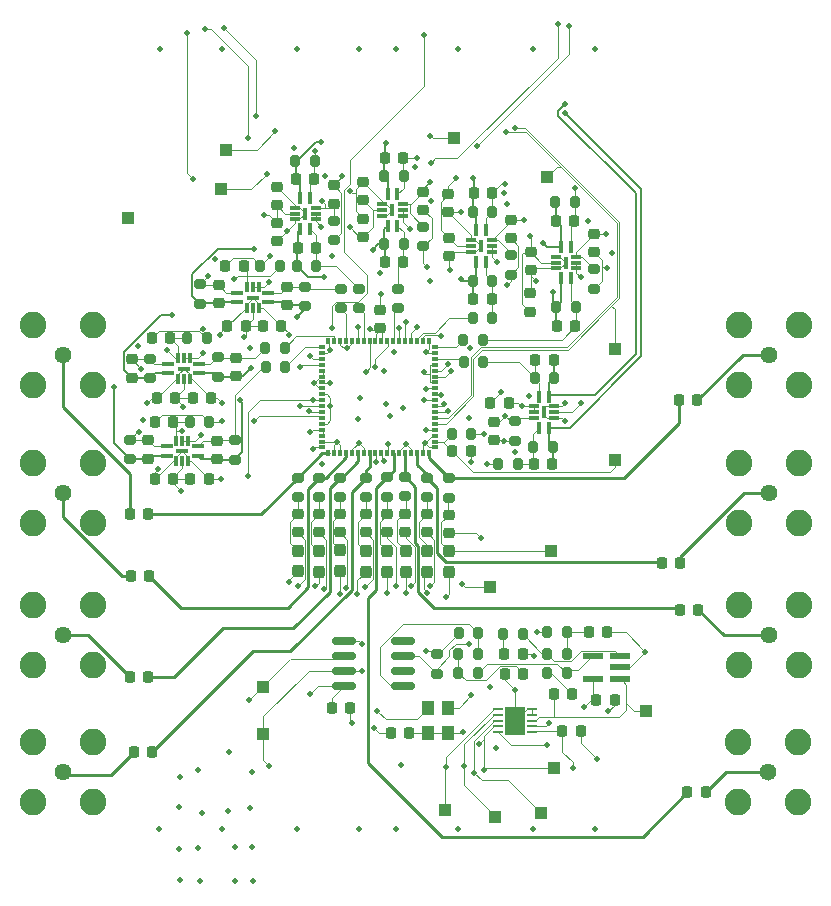
<source format=gtl>
%TF.GenerationSoftware,KiCad,Pcbnew,8.0.5*%
%TF.CreationDate,2025-03-31T18:49:43-05:00*%
%TF.ProjectId,PSEC5_Board,50534543-355f-4426-9f61-72642e6b6963,rev?*%
%TF.SameCoordinates,Original*%
%TF.FileFunction,Copper,L1,Top*%
%TF.FilePolarity,Positive*%
%FSLAX46Y46*%
G04 Gerber Fmt 4.6, Leading zero omitted, Abs format (unit mm)*
G04 Created by KiCad (PCBNEW 8.0.5) date 2025-03-31 18:49:43*
%MOMM*%
%LPD*%
G01*
G04 APERTURE LIST*
G04 Aperture macros list*
%AMRoundRect*
0 Rectangle with rounded corners*
0 $1 Rounding radius*
0 $2 $3 $4 $5 $6 $7 $8 $9 X,Y pos of 4 corners*
0 Add a 4 corners polygon primitive as box body*
4,1,4,$2,$3,$4,$5,$6,$7,$8,$9,$2,$3,0*
0 Add four circle primitives for the rounded corners*
1,1,$1+$1,$2,$3*
1,1,$1+$1,$4,$5*
1,1,$1+$1,$6,$7*
1,1,$1+$1,$8,$9*
0 Add four rect primitives between the rounded corners*
20,1,$1+$1,$2,$3,$4,$5,0*
20,1,$1+$1,$4,$5,$6,$7,0*
20,1,$1+$1,$6,$7,$8,$9,0*
20,1,$1+$1,$8,$9,$2,$3,0*%
G04 Aperture macros list end*
%TA.AperFunction,SMDPad,CuDef*%
%ADD10RoundRect,0.225000X-0.250000X0.225000X-0.250000X-0.225000X0.250000X-0.225000X0.250000X0.225000X0*%
%TD*%
%TA.AperFunction,SMDPad,CuDef*%
%ADD11RoundRect,0.225000X-0.225000X-0.250000X0.225000X-0.250000X0.225000X0.250000X-0.225000X0.250000X0*%
%TD*%
%TA.AperFunction,ComponentPad*%
%ADD12R,1.000000X1.000000*%
%TD*%
%TA.AperFunction,SMDPad,CuDef*%
%ADD13RoundRect,0.225000X0.225000X0.250000X-0.225000X0.250000X-0.225000X-0.250000X0.225000X-0.250000X0*%
%TD*%
%TA.AperFunction,SMDPad,CuDef*%
%ADD14RoundRect,0.200000X-0.275000X0.200000X-0.275000X-0.200000X0.275000X-0.200000X0.275000X0.200000X0*%
%TD*%
%TA.AperFunction,SMDPad,CuDef*%
%ADD15RoundRect,0.200000X-0.200000X-0.275000X0.200000X-0.275000X0.200000X0.275000X-0.200000X0.275000X0*%
%TD*%
%TA.AperFunction,SMDPad,CuDef*%
%ADD16RoundRect,0.200000X0.275000X-0.200000X0.275000X0.200000X-0.275000X0.200000X-0.275000X-0.200000X0*%
%TD*%
%TA.AperFunction,SMDPad,CuDef*%
%ADD17RoundRect,0.200000X0.200000X0.275000X-0.200000X0.275000X-0.200000X-0.275000X0.200000X-0.275000X0*%
%TD*%
%TA.AperFunction,SMDPad,CuDef*%
%ADD18R,1.805236X0.612132*%
%TD*%
%TA.AperFunction,SMDPad,CuDef*%
%ADD19R,0.300000X1.009300*%
%TD*%
%TA.AperFunction,SMDPad,CuDef*%
%ADD20R,0.299974X1.004824*%
%TD*%
%TA.AperFunction,SMDPad,CuDef*%
%ADD21R,0.914400X0.304800*%
%TD*%
%TA.AperFunction,SMDPad,CuDef*%
%ADD22R,0.349758X0.999998*%
%TD*%
%TA.AperFunction,ComponentPad*%
%ADD23C,1.440000*%
%TD*%
%TA.AperFunction,ComponentPad*%
%ADD24C,2.250000*%
%TD*%
%TA.AperFunction,SMDPad,CuDef*%
%ADD25RoundRect,0.237500X-0.237500X0.287500X-0.237500X-0.287500X0.237500X-0.287500X0.237500X0.287500X0*%
%TD*%
%TA.AperFunction,SMDPad,CuDef*%
%ADD26R,1.009300X0.300000*%
%TD*%
%TA.AperFunction,SMDPad,CuDef*%
%ADD27R,1.004824X0.299974*%
%TD*%
%TA.AperFunction,SMDPad,CuDef*%
%ADD28R,0.304800X0.914400*%
%TD*%
%TA.AperFunction,SMDPad,CuDef*%
%ADD29R,0.999998X0.349758*%
%TD*%
%TA.AperFunction,SMDPad,CuDef*%
%ADD30RoundRect,0.225000X0.250000X-0.225000X0.250000X0.225000X-0.250000X0.225000X-0.250000X-0.225000X0*%
%TD*%
%TA.AperFunction,SMDPad,CuDef*%
%ADD31R,1.000000X1.200000*%
%TD*%
%TA.AperFunction,SMDPad,CuDef*%
%ADD32R,0.500000X0.300000*%
%TD*%
%TA.AperFunction,SMDPad,CuDef*%
%ADD33R,0.300000X0.500000*%
%TD*%
%TA.AperFunction,SMDPad,CuDef*%
%ADD34RoundRect,0.150000X0.825000X0.150000X-0.825000X0.150000X-0.825000X-0.150000X0.825000X-0.150000X0*%
%TD*%
%TA.AperFunction,SMDPad,CuDef*%
%ADD35R,0.812800X0.254000*%
%TD*%
%TA.AperFunction,SMDPad,CuDef*%
%ADD36R,1.752600X2.489200*%
%TD*%
%TA.AperFunction,ViaPad*%
%ADD37C,0.500000*%
%TD*%
%TA.AperFunction,Conductor*%
%ADD38C,0.231902*%
%TD*%
%TA.AperFunction,Conductor*%
%ADD39C,0.100000*%
%TD*%
%TA.AperFunction,Conductor*%
%ADD40C,0.231978*%
%TD*%
%TA.AperFunction,Conductor*%
%ADD41C,0.200000*%
%TD*%
G04 APERTURE END LIST*
D10*
%TO.P,C116,2*%
%TO.N,ADC8_Out+*%
X132964300Y-83775000D03*
%TO.P,C116,1*%
%TO.N,Net-(IC9-+IN)*%
X132964300Y-82225000D03*
%TD*%
D11*
%TO.P,C121,2*%
%TO.N,VDD33*%
X129264300Y-85475000D03*
%TO.P,C121,1*%
%TO.N,GND*%
X127714300Y-85475000D03*
%TD*%
D12*
%TO.P,READCLK,1,1*%
%TO.N,ReadClk*%
X133350000Y-60925000D03*
%TD*%
D13*
%TO.P,C35,1*%
%TO.N,GND*%
X166675000Y-104150000D03*
%TO.P,C35,2*%
%TO.N,VDD25*%
X165125000Y-104150000D03*
%TD*%
D14*
%TO.P,R33,1*%
%TO.N,Net-(IC3-VOCM)*%
X164950000Y-67675000D03*
%TO.P,R33,2*%
%TO.N,GND*%
X164950000Y-69325000D03*
%TD*%
D10*
%TO.P,C90,1*%
%TO.N,Net-(C90-Pad1)*%
X150752071Y-88427071D03*
%TO.P,C90,2*%
%TO.N,GND*%
X150752071Y-89977071D03*
%TD*%
D15*
%TO.P,R24,1*%
%TO.N,Net-(IC2--IN)*%
X159800000Y-82700000D03*
%TO.P,R24,2*%
%TO.N,ADC1_Out-*%
X161450000Y-82700000D03*
%TD*%
D16*
%TO.P,R57,1*%
%TO.N,Net-(C92-Pad1)*%
X147400000Y-86950000D03*
%TO.P,R57,2*%
%TO.N,/Pedestals/SIGNAL4*%
X147400000Y-85300000D03*
%TD*%
D17*
%TO.P,R30,1*%
%TO.N,ADC1_Out+*%
X161550000Y-76900000D03*
%TO.P,R30,2*%
%TO.N,Net-(IC2-+IN)*%
X159900000Y-76900000D03*
%TD*%
D18*
%TO.P,U4,1,OUT*%
%TO.N,/Phase_detection/OP_AMP_OUT*%
X167150000Y-102350001D03*
%TO.P,U4,2,VS-*%
%TO.N,GND*%
X167150000Y-101400000D03*
%TO.P,U4,3,IN+*%
%TO.N,Net-(U4-IN+)*%
X167150000Y-100449999D03*
%TO.P,U4,4,IN-*%
%TO.N,Net-(U4-IN-)*%
X164849034Y-100449999D03*
%TO.P,U4,5,VS+*%
%TO.N,VDD25*%
X164849034Y-102350001D03*
%TD*%
D17*
%TO.P,R26,1*%
%TO.N,Net-(IC2-+IN)*%
X155550000Y-75550000D03*
%TO.P,R26,2*%
%TO.N,/ADC_Buffer/ADC1_In*%
X153900000Y-75550000D03*
%TD*%
D13*
%TO.P,C94,1*%
%TO.N,/Pedestals/SIGNAL6*%
X127175000Y-102200000D03*
%TO.P,C94,2*%
%TO.N,Net-(J8-In)*%
X125625000Y-102200000D03*
%TD*%
D17*
%TO.P,R36,1*%
%TO.N,Net-(IC4--IN)*%
X156325000Y-62810700D03*
%TO.P,R36,2*%
%TO.N,ADC3_Out-*%
X154675000Y-62810700D03*
%TD*%
D19*
%TO.P,IC4,1,-OUT*%
%TO.N,ADC3_Out+*%
X154975000Y-67039650D03*
D20*
%TO.P,IC4,2,+IN*%
%TO.N,Net-(IC4-+IN)*%
X155774999Y-67041812D03*
D21*
%TO.P,IC4,3,~{SHDN}*%
%TO.N,VDD33*%
X156251300Y-66224999D03*
%TO.P,IC4,4,V+_1*%
X156251300Y-65725000D03*
%TO.P,IC4,5,VOCM*%
%TO.N,Net-(IC4-VOCM)*%
X156251300Y-65225001D03*
D20*
%TO.P,IC4,6,-IN*%
%TO.N,Net-(IC4--IN)*%
X155774999Y-64408188D03*
%TO.P,IC4,7,+OUT*%
%TO.N,ADC3_Out-*%
X154975001Y-64408188D03*
D21*
%TO.P,IC4,8,V-_1*%
%TO.N,GND*%
X154498700Y-65225001D03*
%TO.P,IC4,9,V+_2*%
%TO.N,VDD33*%
X154498700Y-65725000D03*
%TO.P,IC4,10,V-_2*%
%TO.N,GND*%
X154498700Y-66224999D03*
D22*
%TO.P,IC4,11,EP_(V-)*%
X155350000Y-65725000D03*
%TD*%
D14*
%TO.P,R45,1*%
%TO.N,Net-(IC6-+IN)*%
X145050000Y-69350000D03*
%TO.P,R45,2*%
%TO.N,/ADC_Buffer2/ADC5_In*%
X145050000Y-71000000D03*
%TD*%
D23*
%TO.P,J10,1,In*%
%TO.N,Net-(J10-In)*%
X119975000Y-74950000D03*
D24*
%TO.P,J10,2,Ext*%
%TO.N,GND*%
X122515000Y-72410000D03*
X117435000Y-72410000D03*
X122515000Y-77490000D03*
X117435000Y-77490000D03*
%TD*%
D12*
%TO.P,DAC_V_OUT,1,1*%
%TO.N,DAC_V_OUT*%
X156125000Y-94600000D03*
%TD*%
D10*
%TO.P,C92,1*%
%TO.N,Net-(C92-Pad1)*%
X147400000Y-88425000D03*
%TO.P,C92,2*%
%TO.N,GND*%
X147400000Y-89975000D03*
%TD*%
D23*
%TO.P,J3,1,In*%
%TO.N,Net-(J3-In)*%
X179700000Y-74950000D03*
D24*
%TO.P,J3,2,Ext*%
%TO.N,GND*%
X177160000Y-77490000D03*
X182240000Y-77490000D03*
X177160000Y-72410000D03*
X182240000Y-72410000D03*
%TD*%
D16*
%TO.P,R69,1*%
%TO.N,ADC7_Out+*%
X133084444Y-76774999D03*
%TO.P,R69,2*%
%TO.N,Net-(IC8-+IN)*%
X133084444Y-75124999D03*
%TD*%
D10*
%TO.P,C89,1*%
%TO.N,Net-(C89-Pad1)*%
X152625000Y-88475000D03*
%TO.P,C89,2*%
%TO.N,GND*%
X152625000Y-90025000D03*
%TD*%
D12*
%TO.P,ADC_SDO1,1,1*%
%TO.N,ADC_SDO*%
X156550000Y-114100000D03*
%TD*%
D15*
%TO.P,R12,1*%
%TO.N,/Biases\u002CThresh/discthresh1_postrc*%
X152875000Y-81600000D03*
%TO.P,R12,2*%
%TO.N,Disc_Thresh1*%
X154525000Y-81600000D03*
%TD*%
D11*
%TO.P,C52,2*%
%TO.N,ADC1_Out+*%
X161500000Y-75400000D03*
%TO.P,C52,1*%
%TO.N,Net-(IC2-+IN)*%
X159950000Y-75400000D03*
%TD*%
D12*
%TO.P,PED1,1,1*%
%TO.N,Net-(C89-Pad1)*%
X161275000Y-91550000D03*
%TD*%
D16*
%TO.P,R56,1*%
%TO.N,Net-(C91-Pad1)*%
X148950000Y-86925000D03*
%TO.P,R56,2*%
%TO.N,/Pedestals/SIGNAL3*%
X148950000Y-85275000D03*
%TD*%
D12*
%TO.P,ADC_SDI1,1,1*%
%TO.N,ADC_SDI*%
X161500000Y-109950000D03*
%TD*%
D16*
%TO.P,R60,1*%
%TO.N,Net-(C98-Pad1)*%
X141625000Y-87000000D03*
%TO.P,R60,2*%
%TO.N,/Pedestals/SIGNAL7*%
X141625000Y-85350000D03*
%TD*%
D25*
%TO.P,L4,1,1*%
%TO.N,Net-(C92-Pad1)*%
X147400000Y-91550000D03*
%TO.P,L4,2,2*%
%TO.N,V_ped4*%
X147400000Y-93300000D03*
%TD*%
D17*
%TO.P,R28,1*%
%TO.N,Net-(IC2--IN)*%
X158450000Y-84200000D03*
%TO.P,R28,2*%
%TO.N,GND*%
X156800000Y-84200000D03*
%TD*%
%TO.P,R42,1*%
%TO.N,Net-(IC5--IN)*%
X148825000Y-59808188D03*
%TO.P,R42,2*%
%TO.N,ADC4_Out-*%
X147175000Y-59808188D03*
%TD*%
D16*
%TO.P,R68,1*%
%TO.N,ADC6_Out+*%
X140458189Y-70801301D03*
%TO.P,R68,2*%
%TO.N,Net-(IC7-+IN)*%
X140458189Y-69151301D03*
%TD*%
D10*
%TO.P,C55,1*%
%TO.N,Net-(IC3-VOCM)*%
X164950000Y-64700000D03*
%TO.P,C55,2*%
%TO.N,GND*%
X164950000Y-66250000D03*
%TD*%
D26*
%TO.P,IC8,1,-OUT*%
%TO.N,ADC7_Out+*%
X131513394Y-76474999D03*
D27*
%TO.P,IC8,2,+IN*%
%TO.N,Net-(IC8-+IN)*%
X131515556Y-75675000D03*
D28*
%TO.P,IC8,3,~{SHDN}*%
%TO.N,VDD33*%
X130698743Y-75198699D03*
%TO.P,IC8,4,V+_1*%
X130198744Y-75198699D03*
%TO.P,IC8,5,VOCM*%
%TO.N,Net-(IC8-VOCM)*%
X129698745Y-75198699D03*
D27*
%TO.P,IC8,6,-IN*%
%TO.N,Net-(IC8--IN)*%
X128881932Y-75675000D03*
%TO.P,IC8,7,+OUT*%
%TO.N,ADC7_Out-*%
X128881932Y-76474998D03*
D28*
%TO.P,IC8,8,V-_1*%
%TO.N,GND*%
X129698745Y-76951299D03*
%TO.P,IC8,9,V+_2*%
%TO.N,VDD33*%
X130198744Y-76951299D03*
%TO.P,IC8,10,V-_2*%
%TO.N,GND*%
X130698743Y-76951299D03*
D29*
%TO.P,IC8,11,EP_(V-)*%
X130198744Y-76099999D03*
%TD*%
D10*
%TO.P,C97,1*%
%TO.N,Net-(C97-Pad1)*%
X143425000Y-88400000D03*
%TO.P,C97,2*%
%TO.N,GND*%
X143425000Y-89950000D03*
%TD*%
D13*
%TO.P,C53,2*%
%TO.N,ADC2_Out+*%
X161798699Y-72525000D03*
%TO.P,C53,1*%
%TO.N,Net-(IC3-+IN)*%
X163348699Y-72525000D03*
%TD*%
D11*
%TO.P,C87,1*%
%TO.N,/Pedestals/SIGNAL3*%
X172175000Y-96525000D03*
%TO.P,C87,2*%
%TO.N,Net-(J5-In)*%
X173725000Y-96525000D03*
%TD*%
D19*
%TO.P,IC2,1,-OUT*%
%TO.N,ADC1_Out+*%
X161100000Y-78485350D03*
D20*
%TO.P,IC2,2,+IN*%
%TO.N,Net-(IC2-+IN)*%
X160300001Y-78483188D03*
D21*
%TO.P,IC2,3,~{SHDN}*%
%TO.N,VDD33*%
X159823700Y-79300001D03*
%TO.P,IC2,4,V+_1*%
X159823700Y-79800000D03*
%TO.P,IC2,5,VOCM*%
%TO.N,Net-(IC2-VOCM)*%
X159823700Y-80299999D03*
D20*
%TO.P,IC2,6,-IN*%
%TO.N,Net-(IC2--IN)*%
X160300001Y-81116812D03*
%TO.P,IC2,7,+OUT*%
%TO.N,ADC1_Out-*%
X161099999Y-81116812D03*
D21*
%TO.P,IC2,8,V-_1*%
%TO.N,GND*%
X161576300Y-80299999D03*
%TO.P,IC2,9,V+_2*%
%TO.N,VDD33*%
X161576300Y-79800000D03*
%TO.P,IC2,10,V-_2*%
%TO.N,GND*%
X161576300Y-79300001D03*
D22*
%TO.P,IC2,11,EP_(V-)*%
X160725000Y-79800000D03*
%TD*%
D12*
%TO.P,THRESH1,1,1*%
%TO.N,/Biases\u002CThresh/discthresh1_postrc*%
X166700000Y-83825000D03*
%TD*%
D25*
%TO.P,L8,1,1*%
%TO.N,Net-(C100-Pad1)*%
X139825000Y-91525000D03*
%TO.P,L8,2,2*%
%TO.N,V_ped8*%
X139825000Y-93275000D03*
%TD*%
D11*
%TO.P,C37,1*%
%TO.N,GND*%
X147704400Y-106975000D03*
%TO.P,C37,2*%
%TO.N,VDD25*%
X149254400Y-106975000D03*
%TD*%
D13*
%TO.P,C106,1*%
%TO.N,Net-(IC8-VOCM)*%
X129059444Y-73549999D03*
%TO.P,C106,2*%
%TO.N,GND*%
X127509444Y-73549999D03*
%TD*%
%TO.P,C108,2*%
%TO.N,VDD33*%
X136908189Y-72501301D03*
%TO.P,C108,1*%
%TO.N,GND*%
X138458189Y-72501301D03*
%TD*%
D12*
%TO.P,ADC_SCK,1,1*%
%TO.N,ADC_SCK*%
X160425000Y-113725000D03*
%TD*%
D13*
%TO.P,C99,1*%
%TO.N,/Pedestals/SIGNAL8*%
X127150000Y-88425000D03*
%TO.P,C99,2*%
%TO.N,Net-(J10-In)*%
X125600000Y-88425000D03*
%TD*%
D23*
%TO.P,J4,1,In*%
%TO.N,Net-(J4-In)*%
X179700000Y-86600000D03*
D24*
%TO.P,J4,2,Ext*%
%TO.N,GND*%
X177160000Y-89140000D03*
X182240000Y-89140000D03*
X177160000Y-84060000D03*
X182240000Y-84060000D03*
%TD*%
D15*
%TO.P,R31,1*%
%TO.N,ADC2_Out+*%
X161748699Y-70850000D03*
%TO.P,R31,2*%
%TO.N,Net-(IC3-+IN)*%
X163398699Y-70850000D03*
%TD*%
D14*
%TO.P,R51,1*%
%TO.N,Net-(IC6-VOCM)*%
X142900001Y-63583188D03*
%TO.P,R51,2*%
%TO.N,GND*%
X142900001Y-65233188D03*
%TD*%
D23*
%TO.P,J8,1,In*%
%TO.N,Net-(J8-In)*%
X119975000Y-98690000D03*
D24*
%TO.P,J8,2,Ext*%
%TO.N,GND*%
X122515000Y-96150000D03*
X117435000Y-96150000D03*
X122515000Y-101230000D03*
X117435000Y-101230000D03*
%TD*%
D13*
%TO.P,C33,1*%
%TO.N,GND*%
X158875000Y-100225000D03*
%TO.P,C33,2*%
%TO.N,Net-(C33-Pad2)*%
X157325000Y-100225000D03*
%TD*%
D15*
%TO.P,R8,1*%
%TO.N,Net-(C33-Pad2)*%
X157225000Y-98550000D03*
%TO.P,R8,2*%
%TO.N,Net-(U4-IN+)*%
X158875000Y-98550000D03*
%TD*%
D16*
%TO.P,R55,1*%
%TO.N,Net-(C90-Pad1)*%
X150752071Y-86977071D03*
%TO.P,R55,2*%
%TO.N,/Pedestals/SIGNAL2*%
X150752071Y-85327071D03*
%TD*%
D30*
%TO.P,C76,1*%
%TO.N,Net-(IC6-VOCM)*%
X142900001Y-62133188D03*
%TO.P,C76,2*%
%TO.N,GND*%
X142900001Y-60583188D03*
%TD*%
D31*
%TO.P,Y1,1,TRI-STATE*%
%TO.N,VDD25*%
X152554400Y-106925000D03*
%TO.P,Y1,2,GND/CASE*%
%TO.N,GND*%
X152554400Y-104825000D03*
%TO.P,Y1,3,OUTPUT*%
%TO.N,CLK_OUT*%
X150904400Y-104825000D03*
%TO.P,Y1,4,VDD*%
%TO.N,VDD25*%
X150904400Y-106925000D03*
%TD*%
D11*
%TO.P,C85,1*%
%TO.N,/Pedestals/SIGNAL1*%
X172125000Y-78800000D03*
%TO.P,C85,2*%
%TO.N,Net-(J3-In)*%
X173675000Y-78800000D03*
%TD*%
D17*
%TO.P,R27,1*%
%TO.N,Net-(IC3-+IN)*%
X155505000Y-73675000D03*
%TO.P,R27,2*%
%TO.N,/ADC_Buffer/ADC2_In*%
X153855000Y-73675000D03*
%TD*%
D16*
%TO.P,R77,1*%
%TO.N,ADC8_Out+*%
X134489300Y-83825000D03*
%TO.P,R77,2*%
%TO.N,Net-(IC9-+IN)*%
X134489300Y-82175000D03*
%TD*%
D14*
%TO.P,R32,1*%
%TO.N,Net-(IC2-VOCM)*%
X158225000Y-80575000D03*
%TO.P,R32,2*%
%TO.N,GND*%
X158225000Y-82225000D03*
%TD*%
D11*
%TO.P,C64,2*%
%TO.N,Net-(IC4--IN)*%
X156275000Y-61260700D03*
%TO.P,C64,1*%
%TO.N,ADC3_Out-*%
X154725000Y-61260700D03*
%TD*%
D10*
%TO.P,C54,1*%
%TO.N,Net-(IC2-VOCM)*%
X156425000Y-80625000D03*
%TO.P,C54,2*%
%TO.N,GND*%
X156425000Y-82175000D03*
%TD*%
%TO.P,C91,1*%
%TO.N,Net-(C91-Pad1)*%
X148950000Y-88425000D03*
%TO.P,C91,2*%
%TO.N,GND*%
X148950000Y-89975000D03*
%TD*%
D15*
%TO.P,R2,1*%
%TO.N,GND*%
X153475000Y-98500000D03*
%TO.P,R2,2*%
%TO.N,Net-(IC1-~{U})*%
X155125000Y-98500000D03*
%TD*%
D12*
%TO.P,INTEGRATOR,1,1*%
%TO.N,/Phase_detection/OP_AMP_OUT*%
X169350000Y-105125000D03*
%TD*%
D13*
%TO.P,C75,2*%
%TO.N,ADC5_Out+*%
X139825001Y-65858188D03*
%TO.P,C75,1*%
%TO.N,Net-(IC6-+IN)*%
X141375001Y-65858188D03*
%TD*%
D10*
%TO.P,C58,2*%
%TO.N,VDD33*%
X159498699Y-71275000D03*
%TO.P,C58,1*%
%TO.N,GND*%
X159498699Y-69725000D03*
%TD*%
D13*
%TO.P,C117,1*%
%TO.N,Net-(IC9-VOCM)*%
X129289300Y-80650000D03*
%TO.P,C117,2*%
%TO.N,GND*%
X127739300Y-80650000D03*
%TD*%
D14*
%TO.P,R40,1*%
%TO.N,Net-(IC4-VOCM)*%
X157875000Y-66485700D03*
%TO.P,R40,2*%
%TO.N,GND*%
X157875000Y-68135700D03*
%TD*%
D15*
%TO.P,R7,1*%
%TO.N,Net-(U4-IN+)*%
X160950000Y-100225000D03*
%TO.P,R7,2*%
%TO.N,Net-(C32-Pad1)*%
X162600000Y-100225000D03*
%TD*%
%TO.P,R75,1*%
%TO.N,Net-(IC9-+IN)*%
X137125000Y-75925000D03*
%TO.P,R75,2*%
%TO.N,/ADC_Buffer3/ADC8_In*%
X138775000Y-75925000D03*
%TD*%
D14*
%TO.P,R44,1*%
%TO.N,Net-(IC5-+IN)*%
X148350000Y-69325000D03*
%TO.P,R44,2*%
%TO.N,/ADC_Buffer2/ADC4_In*%
X148350000Y-70975000D03*
%TD*%
D15*
%TO.P,R48,1*%
%TO.N,ADC4_Out+*%
X147150000Y-65558188D03*
%TO.P,R48,2*%
%TO.N,Net-(IC5-+IN)*%
X148800000Y-65558188D03*
%TD*%
D10*
%TO.P,C96,1*%
%TO.N,Net-(C96-Pad1)*%
X145600000Y-88425000D03*
%TO.P,C96,2*%
%TO.N,GND*%
X145600000Y-89975000D03*
%TD*%
D13*
%TO.P,C50,2*%
%TO.N,Net-(IC2--IN)*%
X159850000Y-84200000D03*
%TO.P,C50,1*%
%TO.N,ADC1_Out-*%
X161400000Y-84200000D03*
%TD*%
D12*
%TO.P,CLK_OUT,1,1*%
%TO.N,CLK_OUT*%
X136900000Y-107025000D03*
%TD*%
D13*
%TO.P,C93,1*%
%TO.N,/Pedestals/SIGNAL5*%
X127500000Y-108550000D03*
%TO.P,C93,2*%
%TO.N,Net-(J7-In)*%
X125950000Y-108550000D03*
%TD*%
D25*
%TO.P,L1,1,1*%
%TO.N,Net-(C89-Pad1)*%
X152650000Y-91550000D03*
%TO.P,L1,2,2*%
%TO.N,V_ped1*%
X152650000Y-93300000D03*
%TD*%
D11*
%TO.P,C31,1*%
%TO.N,GND*%
X157375000Y-101925000D03*
%TO.P,C31,2*%
%TO.N,Net-(C31-Pad2)*%
X158925000Y-101925000D03*
%TD*%
D14*
%TO.P,R64,1*%
%TO.N,Net-(IC7-+IN)*%
X143500000Y-69350000D03*
%TO.P,R64,2*%
%TO.N,/ADC_Buffer3/ADC6_In*%
X143500000Y-71000000D03*
%TD*%
D10*
%TO.P,C105,2*%
%TO.N,ADC7_Out+*%
X134609444Y-76724999D03*
%TO.P,C105,1*%
%TO.N,Net-(IC8-+IN)*%
X134609444Y-75174999D03*
%TD*%
D11*
%TO.P,C51,2*%
%TO.N,Net-(IC3--IN)*%
X163248699Y-63600000D03*
%TO.P,C51,1*%
%TO.N,ADC2_Out-*%
X161698699Y-63600000D03*
%TD*%
%TO.P,C114,2*%
%TO.N,VDD33*%
X129459444Y-78574999D03*
%TO.P,C114,1*%
%TO.N,GND*%
X127909444Y-78574999D03*
%TD*%
D30*
%TO.P,C101,2*%
%TO.N,Net-(IC7--IN)*%
X133133189Y-69026301D03*
%TO.P,C101,1*%
%TO.N,ADC6_Out-*%
X133133189Y-70576301D03*
%TD*%
D10*
%TO.P,C78,2*%
%TO.N,VDD33*%
X145400000Y-64958188D03*
%TO.P,C78,1*%
%TO.N,GND*%
X145400000Y-63408188D03*
%TD*%
D15*
%TO.P,R4,1*%
%TO.N,Net-(C31-Pad2)*%
X153450000Y-100275000D03*
%TO.P,R4,2*%
%TO.N,Net-(IC1-~{U})*%
X155100000Y-100275000D03*
%TD*%
D12*
%TO.P,TRIGGERIN,1,1*%
%TO.N,TRIGGERIN*%
X125500000Y-63350000D03*
%TD*%
D25*
%TO.P,L3,1,1*%
%TO.N,Net-(C91-Pad1)*%
X149000000Y-91550000D03*
%TO.P,L3,2,2*%
%TO.N,V_ped3*%
X149000000Y-93300000D03*
%TD*%
D13*
%TO.P,C65,2*%
%TO.N,ADC3_Out+*%
X154700000Y-70210700D03*
%TO.P,C65,1*%
%TO.N,Net-(IC4-+IN)*%
X156250000Y-70210700D03*
%TD*%
D30*
%TO.P,C81,2*%
%TO.N,VDD33*%
X138050001Y-63783188D03*
%TO.P,C81,1*%
%TO.N,GND*%
X138050001Y-65333188D03*
%TD*%
D13*
%TO.P,C95,1*%
%TO.N,/Pedestals/SIGNAL7*%
X127250000Y-93650000D03*
%TO.P,C95,2*%
%TO.N,Net-(J9-In)*%
X125700000Y-93650000D03*
%TD*%
D25*
%TO.P,L6,1,1*%
%TO.N,Net-(C97-Pad1)*%
X143425000Y-91500000D03*
%TO.P,L6,2,2*%
%TO.N,V_ped6*%
X143425000Y-93250000D03*
%TD*%
D13*
%TO.P,C73,2*%
%TO.N,ADC4_Out+*%
X147200000Y-67083188D03*
%TO.P,C73,1*%
%TO.N,Net-(IC5-+IN)*%
X148750000Y-67083188D03*
%TD*%
D25*
%TO.P,L2,1,1*%
%TO.N,Net-(C90-Pad1)*%
X150752071Y-91552071D03*
%TO.P,L2,2,2*%
%TO.N,V_ped2*%
X150752071Y-93302071D03*
%TD*%
D14*
%TO.P,R50,1*%
%TO.N,Net-(IC5-VOCM)*%
X150475000Y-64083188D03*
%TO.P,R50,2*%
%TO.N,GND*%
X150475000Y-65733188D03*
%TD*%
D15*
%TO.P,R9,1*%
%TO.N,Net-(C34-Pad2)*%
X160950000Y-101875000D03*
%TO.P,R9,2*%
%TO.N,Net-(U4-IN-)*%
X162600000Y-101875000D03*
%TD*%
D23*
%TO.P,J7,1,In*%
%TO.N,Net-(J7-In)*%
X119975000Y-110275000D03*
D24*
%TO.P,J7,2,Ext*%
%TO.N,GND*%
X122515000Y-112815000D03*
X122515000Y-107735000D03*
X117435000Y-112815000D03*
X117435000Y-107735000D03*
%TD*%
D19*
%TO.P,IC3,1,-OUT*%
%TO.N,ADC2_Out+*%
X162149999Y-68439650D03*
D20*
%TO.P,IC3,2,+IN*%
%TO.N,Net-(IC3-+IN)*%
X162949998Y-68441812D03*
D21*
%TO.P,IC3,3,~{SHDN}*%
%TO.N,VDD33*%
X163426299Y-67624999D03*
%TO.P,IC3,4,V+_1*%
X163426299Y-67125000D03*
%TO.P,IC3,5,VOCM*%
%TO.N,Net-(IC3-VOCM)*%
X163426299Y-66625001D03*
D20*
%TO.P,IC3,6,-IN*%
%TO.N,Net-(IC3--IN)*%
X162949998Y-65808188D03*
%TO.P,IC3,7,+OUT*%
%TO.N,ADC2_Out-*%
X162150000Y-65808188D03*
D21*
%TO.P,IC3,8,V-_1*%
%TO.N,GND*%
X161673699Y-66625001D03*
%TO.P,IC3,9,V+_2*%
%TO.N,VDD33*%
X161673699Y-67125000D03*
%TO.P,IC3,10,V-_2*%
%TO.N,GND*%
X161673699Y-67624999D03*
D22*
%TO.P,IC3,11,EP_(V-)*%
X162524999Y-67125000D03*
%TD*%
D13*
%TO.P,C112,2*%
%TO.N,VDD33*%
X130964444Y-78579999D03*
%TO.P,C112,1*%
%TO.N,GND*%
X132514444Y-78579999D03*
%TD*%
D30*
%TO.P,C115,2*%
%TO.N,Net-(IC9--IN)*%
X127169300Y-82175000D03*
%TO.P,C115,1*%
%TO.N,ADC8_Out-*%
X127169300Y-83725000D03*
%TD*%
D16*
%TO.P,R59,1*%
%TO.N,Net-(C97-Pad1)*%
X143425000Y-86975000D03*
%TO.P,R59,2*%
%TO.N,/Pedestals/SIGNAL6*%
X143425000Y-85325000D03*
%TD*%
D14*
%TO.P,R74,1*%
%TO.N,Net-(IC9--IN)*%
X125639300Y-82125000D03*
%TO.P,R74,2*%
%TO.N,ADC8_Out-*%
X125639300Y-83775000D03*
%TD*%
D19*
%TO.P,IC5,1,-OUT*%
%TO.N,ADC4_Out+*%
X147474999Y-63989650D03*
D20*
%TO.P,IC5,2,+IN*%
%TO.N,Net-(IC5-+IN)*%
X148274998Y-63991812D03*
D21*
%TO.P,IC5,3,~{SHDN}*%
%TO.N,VDD33*%
X148751299Y-63174999D03*
%TO.P,IC5,4,V+_1*%
X148751299Y-62675000D03*
%TO.P,IC5,5,VOCM*%
%TO.N,Net-(IC5-VOCM)*%
X148751299Y-62175001D03*
D20*
%TO.P,IC5,6,-IN*%
%TO.N,Net-(IC5--IN)*%
X148274998Y-61358188D03*
%TO.P,IC5,7,+OUT*%
%TO.N,ADC4_Out-*%
X147475000Y-61358188D03*
D21*
%TO.P,IC5,8,V-_1*%
%TO.N,GND*%
X146998699Y-62175001D03*
%TO.P,IC5,9,V+_2*%
%TO.N,VDD33*%
X146998699Y-62675000D03*
%TO.P,IC5,10,V-_2*%
%TO.N,GND*%
X146998699Y-63174999D03*
D22*
%TO.P,IC5,11,EP_(V-)*%
X147849999Y-62675000D03*
%TD*%
D11*
%TO.P,C38,1*%
%TO.N,/Biases\u002CThresh/discthresh1_postrc*%
X152925000Y-83100000D03*
%TO.P,C38,2*%
%TO.N,GND*%
X154475000Y-83100000D03*
%TD*%
D12*
%TO.P,PSEC5_CLK_OUT,1,1*%
%TO.N,PSEC5_CLK_OUT*%
X136925000Y-103025000D03*
%TD*%
D11*
%TO.P,C71,2*%
%TO.N,Net-(IC5--IN)*%
X148775000Y-58283188D03*
%TO.P,C71,1*%
%TO.N,ADC4_Out-*%
X147225000Y-58283188D03*
%TD*%
D26*
%TO.P,IC7,1,-OUT*%
%TO.N,ADC6_Out+*%
X137339651Y-70476300D03*
D27*
%TO.P,IC7,2,+IN*%
%TO.N,Net-(IC7-+IN)*%
X137341813Y-69676301D03*
D28*
%TO.P,IC7,3,~{SHDN}*%
%TO.N,VDD33*%
X136525000Y-69200000D03*
%TO.P,IC7,4,V+_1*%
X136025001Y-69200000D03*
%TO.P,IC7,5,VOCM*%
%TO.N,Net-(IC7-VOCM)*%
X135525002Y-69200000D03*
D27*
%TO.P,IC7,6,-IN*%
%TO.N,Net-(IC7--IN)*%
X134708189Y-69676301D03*
%TO.P,IC7,7,+OUT*%
%TO.N,ADC6_Out-*%
X134708189Y-70476299D03*
D28*
%TO.P,IC7,8,V-_1*%
%TO.N,GND*%
X135525002Y-70952600D03*
%TO.P,IC7,9,V+_2*%
%TO.N,VDD33*%
X136025001Y-70952600D03*
%TO.P,IC7,10,V-_2*%
%TO.N,GND*%
X136525000Y-70952600D03*
D29*
%TO.P,IC7,11,EP_(V-)*%
X136025001Y-70101300D03*
%TD*%
D17*
%TO.P,R5,1*%
%TO.N,Net-(C32-Pad1)*%
X162625000Y-98375000D03*
%TO.P,R5,2*%
%TO.N,Net-(IC1-~{D})*%
X160975000Y-98375000D03*
%TD*%
D14*
%TO.P,R3,1*%
%TO.N,GND*%
X151650000Y-100300000D03*
%TO.P,R3,2*%
%TO.N,Net-(IC1-~{D})*%
X151650000Y-101950000D03*
%TD*%
D15*
%TO.P,R49,1*%
%TO.N,ADC5_Out+*%
X139775001Y-67383188D03*
%TO.P,R49,2*%
%TO.N,Net-(IC6-+IN)*%
X141425001Y-67383188D03*
%TD*%
D13*
%TO.P,C104,1*%
%TO.N,Net-(IC7-VOCM)*%
X135258189Y-67376301D03*
%TO.P,C104,2*%
%TO.N,GND*%
X133708189Y-67376301D03*
%TD*%
D10*
%TO.P,C98,1*%
%TO.N,Net-(C98-Pad1)*%
X141625000Y-88425000D03*
%TO.P,C98,2*%
%TO.N,GND*%
X141625000Y-89975000D03*
%TD*%
D16*
%TO.P,R61,1*%
%TO.N,Net-(C100-Pad1)*%
X139825000Y-87000000D03*
%TO.P,R61,2*%
%TO.N,/Pedestals/SIGNAL8*%
X139825000Y-85350000D03*
%TD*%
D23*
%TO.P,J6,1,In*%
%TO.N,Net-(J6-In)*%
X179695000Y-110275000D03*
D24*
%TO.P,J6,2,Ext*%
%TO.N,GND*%
X177155000Y-112815000D03*
X182235000Y-112815000D03*
X177155000Y-107735000D03*
X182235000Y-107735000D03*
%TD*%
D32*
%TO.P,U1,1,THRES8*%
%TO.N,/Biases\u002CThresh/discthresh8_postrc*%
X141925000Y-82775000D03*
%TO.P,U1,2,VDD*%
%TO.N,VDD*%
X141925000Y-82275000D03*
%TO.P,U1,3,GND*%
%TO.N,GND*%
X141925000Y-81775000D03*
%TO.P,U1,4,GND*%
X141925000Y-81275000D03*
%TO.P,U1,5,VDD25*%
%TO.N,VDD25*%
X141925000Y-80775000D03*
%TO.P,U1,6,TRIGGERIN*%
%TO.N,TRIGGERIN*%
X141925000Y-80275000D03*
%TO.P,U1,7,TRIGGEROUT*%
%TO.N,TRIGGEROUT*%
X141925000Y-79775000D03*
%TO.P,U1,8,READCLK*%
%TO.N,ReadClk*%
X141925000Y-79275000D03*
%TO.P,U1,9,REFCLKOUT*%
%TO.N,PSEC5_CLK_OUT*%
X141925000Y-78775000D03*
%TO.P,U1,10,VDD25*%
%TO.N,VDD25*%
X141925000Y-78275000D03*
%TO.P,U1,11,GND*%
%TO.N,GND*%
X141925000Y-77775000D03*
%TO.P,U1,12,VDD*%
%TO.N,VDD*%
X141925000Y-77275000D03*
%TO.P,U1,13,GND*%
%TO.N,GND*%
X141925000Y-76775000D03*
%TO.P,U1,14,GND*%
X141925000Y-76275000D03*
%TO.P,U1,15,THRES7*%
%TO.N,/Biases\u002CThresh/discthresh7_postrc*%
X141925000Y-75775000D03*
%TO.P,U1,16,THRES6*%
%TO.N,/Biases\u002CThresh/discthresh6_postrc*%
X141925000Y-75275000D03*
%TO.P,U1,17,GND*%
%TO.N,GND*%
X141925000Y-74775000D03*
%TO.P,U1,18,READOUT8*%
%TO.N,/ADC_Buffer3/ADC8_In*%
X141925000Y-74275000D03*
D33*
%TO.P,U1,19,GND*%
%TO.N,GND*%
X142425000Y-73775000D03*
%TO.P,U1,20,READOUT7*%
%TO.N,/ADC_Buffer3/ADC7_In*%
X142925000Y-73775000D03*
%TO.P,U1,21,VDD25*%
%TO.N,VDD25*%
X143425000Y-73775000D03*
%TO.P,U1,22,READOUT6*%
%TO.N,/ADC_Buffer3/ADC6_In*%
X143925000Y-73775000D03*
%TO.P,U1,23,VDD25*%
%TO.N,VDD25*%
X144425000Y-73775000D03*
%TO.P,U1,24,THRES5*%
%TO.N,/Biases\u002CThresh/discthresh5_postrc*%
X144925000Y-73775000D03*
%TO.P,U1,25,READOUT5*%
%TO.N,/ADC_Buffer2/ADC5_In*%
X145425000Y-73775000D03*
%TO.P,U1,26,VCOCTRL*%
%TO.N,Net-(U1-VCOCTRL)*%
X145925000Y-73775000D03*
%TO.P,U1,27,VCOVDD*%
%TO.N,VDD*%
X146425000Y-73775000D03*
%TO.P,U1,28,VCOVDD*%
X146925000Y-73775000D03*
%TO.P,U1,29,VDD*%
X147425000Y-73775000D03*
%TO.P,U1,30,READOUT4*%
%TO.N,/ADC_Buffer2/ADC4_In*%
X147925000Y-73775000D03*
%TO.P,U1,31,THRES4*%
%TO.N,/Biases\u002CThresh/discthresh4_postrc*%
X148425000Y-73775000D03*
%TO.P,U1,32,GND*%
%TO.N,GND*%
X148925000Y-73775000D03*
%TO.P,U1,33,READBIAS1*%
%TO.N,/Biases\u002CThresh/readbias1_postrc*%
X149425000Y-73775000D03*
%TO.P,U1,34,READOUT3*%
%TO.N,/ADC_Buffer/ADC3_In*%
X149925000Y-73775000D03*
%TO.P,U1,35,READBIAS2*%
%TO.N,/Biases\u002CThresh/readbias2_postrc*%
X150425000Y-73775000D03*
%TO.P,U1,36,VDD25*%
%TO.N,VDD25*%
X150925000Y-73775000D03*
D32*
%TO.P,U1,37,READOUT2*%
%TO.N,/ADC_Buffer/ADC2_In*%
X151425000Y-74275000D03*
%TO.P,U1,38,VDD25*%
%TO.N,VDD25*%
X151425000Y-74775000D03*
%TO.P,U1,39,READOUT1*%
%TO.N,/ADC_Buffer/ADC1_In*%
X151425000Y-75275000D03*
%TO.P,U1,40,GND*%
%TO.N,GND*%
X151425000Y-75775000D03*
%TO.P,U1,41,THRES3*%
%TO.N,/Biases\u002CThresh/discthresh3_postrc*%
X151425000Y-76275000D03*
%TO.P,U1,42,THRES2*%
%TO.N,/Biases\u002CThresh/discthresh2_postrc*%
X151425000Y-76775000D03*
%TO.P,U1,43,GND*%
%TO.N,GND*%
X151425000Y-77275000D03*
%TO.P,U1,44,VDD*%
%TO.N,VDD*%
X151425000Y-77775000D03*
%TO.P,U1,45,VDD25*%
%TO.N,VDD25*%
X151425000Y-78275000D03*
%TO.P,U1,46,GND*%
%TO.N,GND*%
X151425000Y-78775000D03*
%TO.P,U1,47,PICO*%
%TO.N,PICO*%
X151425000Y-79275000D03*
%TO.P,U1,48,POCI*%
%TO.N,POCI*%
X151425000Y-79775000D03*
%TO.P,U1,49,RESET*%
%TO.N,rst*%
X151425000Y-80275000D03*
%TO.P,U1,50,SPICLK*%
%TO.N,SPIclk*%
X151425000Y-80775000D03*
%TO.P,U1,51,VDD25*%
%TO.N,VDD25*%
X151425000Y-81275000D03*
%TO.P,U1,52,VDD*%
%TO.N,VDD*%
X151425000Y-81775000D03*
%TO.P,U1,53,THRES1*%
%TO.N,/Biases\u002CThresh/discthresh1_postrc*%
X151425000Y-82275000D03*
%TO.P,U1,54,VDD*%
%TO.N,VDD*%
X151425000Y-82775000D03*
D33*
%TO.P,U1,55,SIGNAL1*%
%TO.N,/Pedestals/SIGNAL1*%
X150925000Y-83275000D03*
%TO.P,U1,56,VDD*%
%TO.N,VDD*%
X150425000Y-83275000D03*
%TO.P,U1,57,SIGNAL2*%
%TO.N,/Pedestals/SIGNAL2*%
X149925000Y-83275000D03*
%TO.P,U1,58,VDD*%
%TO.N,VDD*%
X149425000Y-83275000D03*
%TO.P,U1,59,SIGNAL3*%
%TO.N,/Pedestals/SIGNAL3*%
X148925000Y-83275000D03*
%TO.P,U1,60,VDD*%
%TO.N,VDD*%
X148425000Y-83275000D03*
%TO.P,U1,61,SIGNAL4*%
%TO.N,/Pedestals/SIGNAL4*%
X147925000Y-83275000D03*
%TO.P,U1,62,VDD*%
%TO.N,VDD*%
X147425000Y-83275000D03*
%TO.P,U1,63,WBUFBIAS*%
%TO.N,/Biases\u002CThresh/wbufbias_postrc*%
X146925000Y-83275000D03*
%TO.P,U1,64,DISCBIAS*%
%TO.N,/Biases\u002CThresh/discbias_postrc*%
X146425000Y-83275000D03*
%TO.P,U1,65,SIGNAL5*%
%TO.N,/Pedestals/SIGNAL5*%
X145925000Y-83275000D03*
%TO.P,U1,66,VDD*%
%TO.N,VDD*%
X145425000Y-83275000D03*
%TO.P,U1,67,SIGNAL6*%
%TO.N,/Pedestals/SIGNAL6*%
X144925000Y-83275000D03*
%TO.P,U1,68,VDD*%
%TO.N,VDD*%
X144425000Y-83275000D03*
%TO.P,U1,69,SIGNAL7*%
%TO.N,/Pedestals/SIGNAL7*%
X143925000Y-83275000D03*
%TO.P,U1,70,VDD*%
%TO.N,VDD*%
X143425000Y-83275000D03*
%TO.P,U1,71,VDD*%
X142925000Y-83275000D03*
%TO.P,U1,72,SIGNAL8*%
%TO.N,/Pedestals/SIGNAL8*%
X142425000Y-83275000D03*
%TD*%
D11*
%TO.P,C34,1*%
%TO.N,/Phase_detection/OP_AMP_OUT*%
X161500000Y-103675000D03*
%TO.P,C34,2*%
%TO.N,Net-(C34-Pad2)*%
X163050000Y-103675000D03*
%TD*%
D15*
%TO.P,R39,1*%
%TO.N,ADC3_Out+*%
X154650000Y-68660700D03*
%TO.P,R39,2*%
%TO.N,Net-(IC4-+IN)*%
X156300000Y-68660700D03*
%TD*%
D16*
%TO.P,R54,1*%
%TO.N,Net-(C89-Pad1)*%
X152625000Y-87025000D03*
%TO.P,R54,2*%
%TO.N,/Pedestals/SIGNAL1*%
X152625000Y-85375000D03*
%TD*%
D10*
%TO.P,C103,2*%
%TO.N,ADC6_Out+*%
X138933189Y-70751301D03*
%TO.P,C103,1*%
%TO.N,Net-(IC7-+IN)*%
X138933189Y-69201301D03*
%TD*%
%TO.P,C80,2*%
%TO.N,VDD33*%
X145400000Y-61858188D03*
%TO.P,C80,1*%
%TO.N,GND*%
X145400000Y-60308188D03*
%TD*%
D14*
%TO.P,R62,1*%
%TO.N,Net-(IC7--IN)*%
X131583189Y-68976301D03*
%TO.P,R62,2*%
%TO.N,ADC6_Out-*%
X131583189Y-70626301D03*
%TD*%
D12*
%TO.P,RST,1,1*%
%TO.N,rst*%
X160925000Y-59850000D03*
%TD*%
D11*
%TO.P,C72,2*%
%TO.N,Net-(IC6--IN)*%
X141250001Y-60083188D03*
%TO.P,C72,1*%
%TO.N,ADC5_Out-*%
X139700001Y-60083188D03*
%TD*%
D15*
%TO.P,R71,1*%
%TO.N,Net-(IC8-VOCM)*%
X130484444Y-73549999D03*
%TO.P,R71,2*%
%TO.N,GND*%
X132134444Y-73549999D03*
%TD*%
D25*
%TO.P,L5,1,1*%
%TO.N,Net-(C96-Pad1)*%
X145600000Y-91550000D03*
%TO.P,L5,2,2*%
%TO.N,V_ped5*%
X145600000Y-93300000D03*
%TD*%
D15*
%TO.P,R65,1*%
%TO.N,Net-(IC8-+IN)*%
X137075000Y-74350000D03*
%TO.P,R65,2*%
%TO.N,/ADC_Buffer3/ADC7_In*%
X138725000Y-74350000D03*
%TD*%
D30*
%TO.P,C67,2*%
%TO.N,VDD33*%
X152625000Y-65035700D03*
%TO.P,C67,1*%
%TO.N,GND*%
X152625000Y-66585700D03*
%TD*%
D11*
%TO.P,C30,1*%
%TO.N,VDD25*%
X162254400Y-106775000D03*
%TO.P,C30,2*%
%TO.N,GND*%
X163804400Y-106775000D03*
%TD*%
%TO.P,C86,1*%
%TO.N,/Pedestals/SIGNAL2*%
X170650000Y-92525000D03*
%TO.P,C86,2*%
%TO.N,Net-(J4-In)*%
X172200000Y-92525000D03*
%TD*%
D12*
%TO.P,TRIGGEROUT,1,1*%
%TO.N,TRIGGEROUT*%
X133800000Y-57600000D03*
%TD*%
D23*
%TO.P,J9,1,In*%
%TO.N,Net-(J9-In)*%
X119975000Y-86600000D03*
D24*
%TO.P,J9,2,Ext*%
%TO.N,GND*%
X122515000Y-84060000D03*
X117435000Y-84060000D03*
X122515000Y-89140000D03*
X117435000Y-89140000D03*
%TD*%
D11*
%TO.P,C109,2*%
%TO.N,VDD33*%
X135433189Y-72501301D03*
%TO.P,C109,1*%
%TO.N,GND*%
X133883189Y-72501301D03*
%TD*%
D15*
%TO.P,R78,1*%
%TO.N,Net-(IC9-VOCM)*%
X130714300Y-80650000D03*
%TO.P,R78,2*%
%TO.N,GND*%
X132364300Y-80650000D03*
%TD*%
D11*
%TO.P,C32,1*%
%TO.N,Net-(C32-Pad1)*%
X164500000Y-98400000D03*
%TO.P,C32,2*%
%TO.N,GND*%
X166050000Y-98400000D03*
%TD*%
D10*
%TO.P,C84,2*%
%TO.N,VDD33*%
X138050001Y-62283188D03*
%TO.P,C84,1*%
%TO.N,GND*%
X138050001Y-60733188D03*
%TD*%
D26*
%TO.P,IC9,1,-OUT*%
%TO.N,ADC8_Out+*%
X131378950Y-83475000D03*
D27*
%TO.P,IC9,2,+IN*%
%TO.N,Net-(IC9-+IN)*%
X131381112Y-82675001D03*
D28*
%TO.P,IC9,3,~{SHDN}*%
%TO.N,VDD33*%
X130564299Y-82198700D03*
%TO.P,IC9,4,V+_1*%
X130064300Y-82198700D03*
%TO.P,IC9,5,VOCM*%
%TO.N,Net-(IC9-VOCM)*%
X129564301Y-82198700D03*
D27*
%TO.P,IC9,6,-IN*%
%TO.N,Net-(IC9--IN)*%
X128747488Y-82675001D03*
%TO.P,IC9,7,+OUT*%
%TO.N,ADC8_Out-*%
X128747488Y-83474999D03*
D28*
%TO.P,IC9,8,V-_1*%
%TO.N,GND*%
X129564301Y-83951300D03*
%TO.P,IC9,9,V+_2*%
%TO.N,VDD33*%
X130064300Y-83951300D03*
%TO.P,IC9,10,V-_2*%
%TO.N,GND*%
X130564299Y-83951300D03*
D29*
%TO.P,IC9,11,EP_(V-)*%
X130064300Y-83100000D03*
%TD*%
D17*
%TO.P,R43,1*%
%TO.N,Net-(IC6--IN)*%
X141300001Y-58558188D03*
%TO.P,R43,2*%
%TO.N,ADC5_Out-*%
X139650001Y-58558188D03*
%TD*%
D16*
%TO.P,R58,1*%
%TO.N,Net-(C96-Pad1)*%
X145625000Y-86975000D03*
%TO.P,R58,2*%
%TO.N,/Pedestals/SIGNAL5*%
X145625000Y-85325000D03*
%TD*%
D30*
%TO.P,C102,2*%
%TO.N,Net-(IC8--IN)*%
X125784444Y-75324999D03*
%TO.P,C102,1*%
%TO.N,ADC7_Out-*%
X125784444Y-76874999D03*
%TD*%
D12*
%TO.P,SPICLK,1,1*%
%TO.N,SPIclk*%
X166675000Y-74450000D03*
%TD*%
D14*
%TO.P,R63,1*%
%TO.N,Net-(IC8--IN)*%
X127309444Y-75274999D03*
%TO.P,R63,2*%
%TO.N,ADC7_Out-*%
X127309444Y-76924999D03*
%TD*%
D12*
%TO.P,ADC_CNV,1,1*%
%TO.N,ADC_CNV*%
X152325000Y-113475000D03*
%TD*%
D34*
%TO.P,IC1,1,~{U}*%
%TO.N,Net-(IC1-~{U})*%
X148725000Y-102965000D03*
%TO.P,IC1,2,U*%
%TO.N,unconnected-(IC1-U-Pad2)*%
X148725000Y-101695000D03*
%TO.P,IC1,3,~{D}*%
%TO.N,Net-(IC1-~{D})*%
X148725000Y-100425000D03*
%TO.P,IC1,4,D*%
%TO.N,unconnected-(IC1-D-Pad4)*%
X148725000Y-99155000D03*
%TO.P,IC1,5,VEE*%
%TO.N,GND*%
X143775000Y-99155000D03*
%TO.P,IC1,6,FB*%
%TO.N,PSEC5_CLK_OUT*%
X143775000Y-100425000D03*
%TO.P,IC1,7,R*%
%TO.N,CLK_OUT*%
X143775000Y-101695000D03*
%TO.P,IC1,8,VCC*%
%TO.N,VDD33*%
X143775000Y-102965000D03*
%TD*%
D10*
%TO.P,C100,1*%
%TO.N,Net-(C100-Pad1)*%
X139825000Y-88425000D03*
%TO.P,C100,2*%
%TO.N,GND*%
X139825000Y-89975000D03*
%TD*%
%TO.P,C66,1*%
%TO.N,Net-(IC4-VOCM)*%
X157875000Y-63510700D03*
%TO.P,C66,2*%
%TO.N,GND*%
X157875000Y-65060700D03*
%TD*%
D11*
%TO.P,C56,2*%
%TO.N,VDD33*%
X157700000Y-79000000D03*
%TO.P,C56,1*%
%TO.N,GND*%
X156150000Y-79000000D03*
%TD*%
D30*
%TO.P,C14,1*%
%TO.N,VDD*%
X146825000Y-72650000D03*
%TO.P,C14,2*%
%TO.N,GND*%
X146825000Y-71100000D03*
%TD*%
D25*
%TO.P,L7,1,1*%
%TO.N,Net-(C98-Pad1)*%
X141625000Y-91575000D03*
%TO.P,L7,2,2*%
%TO.N,V_ped7*%
X141625000Y-93325000D03*
%TD*%
D11*
%TO.P,C28,1*%
%TO.N,VDD33*%
X142725000Y-104875000D03*
%TO.P,C28,2*%
%TO.N,GND*%
X144275000Y-104875000D03*
%TD*%
D30*
%TO.P,C70,2*%
%TO.N,VDD33*%
X152600000Y-61335700D03*
%TO.P,C70,1*%
%TO.N,GND*%
X152600000Y-62885700D03*
%TD*%
D10*
%TO.P,C74,1*%
%TO.N,Net-(IC5-VOCM)*%
X150475000Y-61108188D03*
%TO.P,C74,2*%
%TO.N,GND*%
X150475000Y-62658188D03*
%TD*%
D35*
%TO.P,U3,1,REF*%
%TO.N,VDD25*%
X159675000Y-106900000D03*
%TO.P,U3,2,VDD*%
%TO.N,VDD18*%
X159675000Y-106399998D03*
%TO.P,U3,3,IN+*%
%TO.N,/Phase_detection/OP_AMP_OUT*%
X159675000Y-105899999D03*
%TO.P,U3,4,IN*%
%TO.N,GND*%
X159675000Y-105400000D03*
%TO.P,U3,5,GND*%
X159675000Y-104899998D03*
%TO.P,U3,6,CNV*%
%TO.N,ADC_CNV*%
X156779400Y-104899998D03*
%TO.P,U3,7,SDO*%
%TO.N,ADC_SDO*%
X156779400Y-105400000D03*
%TO.P,U3,8,SCK*%
%TO.N,ADC_SCK*%
X156779400Y-105899999D03*
%TO.P,U3,9,SDI*%
%TO.N,ADC_SDI*%
X156779400Y-106399998D03*
%TO.P,U3,10,VIO*%
%TO.N,VDD18*%
X156779400Y-106900000D03*
D36*
%TO.P,U3,11,EPAD*%
%TO.N,GND*%
X158227200Y-105899999D03*
%TD*%
D17*
%TO.P,R70,1*%
%TO.N,Net-(IC7-VOCM)*%
X138333189Y-67376301D03*
%TO.P,R70,2*%
%TO.N,GND*%
X136683189Y-67376301D03*
%TD*%
D23*
%TO.P,J5,1,In*%
%TO.N,Net-(J5-In)*%
X179700000Y-98690000D03*
D24*
%TO.P,J5,2,Ext*%
%TO.N,GND*%
X177160000Y-101230000D03*
X182240000Y-101230000D03*
X177160000Y-96150000D03*
X182240000Y-96150000D03*
%TD*%
D30*
%TO.P,C62,2*%
%TO.N,VDD33*%
X159548699Y-66200000D03*
%TO.P,C62,1*%
%TO.N,GND*%
X159548699Y-67750000D03*
%TD*%
D19*
%TO.P,IC6,1,-OUT*%
%TO.N,ADC5_Out+*%
X140075000Y-64289650D03*
D20*
%TO.P,IC6,2,+IN*%
%TO.N,Net-(IC6-+IN)*%
X140874999Y-64291812D03*
D21*
%TO.P,IC6,3,~{SHDN}*%
%TO.N,VDD33*%
X141351300Y-63474999D03*
%TO.P,IC6,4,V+_1*%
X141351300Y-62975000D03*
%TO.P,IC6,5,VOCM*%
%TO.N,Net-(IC6-VOCM)*%
X141351300Y-62475001D03*
D20*
%TO.P,IC6,6,-IN*%
%TO.N,Net-(IC6--IN)*%
X140874999Y-61658188D03*
%TO.P,IC6,7,+OUT*%
%TO.N,ADC5_Out-*%
X140075001Y-61658188D03*
D21*
%TO.P,IC6,8,V-_1*%
%TO.N,GND*%
X139598700Y-62475001D03*
%TO.P,IC6,9,V+_2*%
%TO.N,VDD33*%
X139598700Y-62975000D03*
%TO.P,IC6,10,V-_2*%
%TO.N,GND*%
X139598700Y-63474999D03*
D22*
%TO.P,IC6,11,EP_(V-)*%
X140450000Y-62975000D03*
%TD*%
D17*
%TO.P,R37,1*%
%TO.N,Net-(IC4-+IN)*%
X156300001Y-71850001D03*
%TO.P,R37,2*%
%TO.N,/ADC_Buffer/ADC3_In*%
X154650001Y-71850001D03*
%TD*%
D12*
%TO.P,PICO,1,1*%
%TO.N,PICO*%
X153075000Y-56600000D03*
%TD*%
D11*
%TO.P,C88,1*%
%TO.N,/Pedestals/SIGNAL4*%
X172825000Y-111975000D03*
%TO.P,C88,2*%
%TO.N,Net-(J6-In)*%
X174375000Y-111975000D03*
%TD*%
D17*
%TO.P,R25,1*%
%TO.N,Net-(IC3--IN)*%
X163298699Y-62000000D03*
%TO.P,R25,2*%
%TO.N,ADC2_Out-*%
X161648699Y-62000000D03*
%TD*%
%TO.P,R6,1*%
%TO.N,Net-(U4-IN-)*%
X155100000Y-101875000D03*
%TO.P,R6,2*%
%TO.N,Net-(C31-Pad2)*%
X153450000Y-101875000D03*
%TD*%
D13*
%TO.P,C118,2*%
%TO.N,VDD33*%
X130744300Y-85480000D03*
%TO.P,C118,1*%
%TO.N,GND*%
X132294300Y-85480000D03*
%TD*%
D37*
%TO.N,GND*%
X153417661Y-49002139D03*
X145023400Y-115065000D03*
X159763400Y-115065000D03*
X148175000Y-94500000D03*
X159767661Y-49002139D03*
X153413400Y-115065000D03*
X142725000Y-66600000D03*
X146875000Y-69800000D03*
X151075000Y-68700000D03*
X127084444Y-79024999D03*
X141200000Y-77300000D03*
X143625001Y-59808188D03*
X144250000Y-61033188D03*
X155350000Y-90475000D03*
X160025000Y-68700000D03*
X169275000Y-100075000D03*
X157025000Y-78100000D03*
X147625000Y-80150000D03*
X157325000Y-82225000D03*
X157300000Y-61225000D03*
X159875000Y-100400000D03*
X133407661Y-49002139D03*
X151050001Y-94500000D03*
X135825000Y-74375000D03*
X128133400Y-115065000D03*
X154500000Y-84000000D03*
X150675000Y-100025000D03*
X159425000Y-78400000D03*
X143943098Y-94650000D03*
X165037661Y-49002139D03*
X137458189Y-66601301D03*
X127989300Y-84575000D03*
X166050000Y-67600000D03*
X133350000Y-85425000D03*
X128137661Y-49002139D03*
X147150000Y-76300000D03*
X166150000Y-105125000D03*
X139550000Y-57425000D03*
X147300000Y-79125000D03*
X150500000Y-76400000D03*
X155825000Y-84200000D03*
X144955838Y-80341025D03*
X165200000Y-109175000D03*
X139753400Y-115065000D03*
X162500000Y-79049997D03*
X133459444Y-79049999D03*
X142600000Y-74500000D03*
X154443626Y-74344697D03*
X145275000Y-99425000D03*
X145075000Y-78600000D03*
X152700000Y-67735700D03*
X145027661Y-49002139D03*
X146800000Y-68050000D03*
X144400000Y-106075000D03*
X149775000Y-59025000D03*
X165033400Y-115065000D03*
X154525000Y-103775000D03*
X133414300Y-80525000D03*
X157525000Y-69000000D03*
X150825000Y-67475000D03*
X148143400Y-115065000D03*
X142068098Y-94800000D03*
X154325000Y-80250000D03*
X149025000Y-72175000D03*
X140900000Y-81500000D03*
X148725000Y-79475000D03*
X145500000Y-94625000D03*
X133283189Y-73226301D03*
X148147661Y-49002139D03*
X131809444Y-72724999D03*
X139875000Y-94525000D03*
X164448699Y-63625000D03*
X149434049Y-94500000D03*
X162500000Y-80550003D03*
X139083189Y-73226301D03*
X158227200Y-103302200D03*
X141925000Y-84175000D03*
X150550000Y-78799996D03*
X133403400Y-115065000D03*
X146275000Y-106550000D03*
X139757661Y-49002139D03*
X148000000Y-74700000D03*
X138937501Y-64445688D03*
X153650000Y-62885700D03*
%TO.N,/Biases\u002CThresh/discthresh2_postrc*%
X152800000Y-76275000D03*
%TO.N,/Biases\u002CThresh/discthresh3_postrc*%
X152525000Y-75700000D03*
%TO.N,/Biases\u002CThresh/discthresh4_postrc*%
X148450000Y-72625000D03*
%TO.N,/Biases\u002CThresh/discthresh5_postrc*%
X144950000Y-72600000D03*
%TO.N,/Biases\u002CThresh/discthresh6_postrc*%
X140875000Y-75000000D03*
%TO.N,/Biases\u002CThresh/discthresh7_postrc*%
X140000000Y-75950000D03*
%TO.N,/Biases\u002CThresh/discthresh8_postrc*%
X141150000Y-82875000D03*
%TO.N,/Biases\u002CThresh/readbias1_postrc*%
X149925000Y-72600000D03*
%TO.N,/Biases\u002CThresh/readbias2_postrc*%
X151950000Y-73375000D03*
%TO.N,/Biases\u002CThresh/wbufbias_postrc*%
X147150000Y-83950000D03*
%TO.N,/Biases\u002CThresh/discbias_postrc*%
X146475000Y-84025000D03*
%TO.N,Net-(IC3--IN)*%
X163298699Y-60800000D03*
%TO.N,ADC2_Out-*%
X160600000Y-65500000D03*
%TO.N,ADC2_Out+*%
X161450000Y-69600000D03*
%TO.N,VDD33*%
X129964300Y-86450000D03*
X140905000Y-103650000D03*
X153275000Y-59950000D03*
X159498699Y-64875000D03*
X141850001Y-64108188D03*
X130134444Y-79349999D03*
X144225000Y-64133188D03*
X131775000Y-113700000D03*
X135283189Y-73426301D03*
X156675000Y-67110700D03*
X163825000Y-79025000D03*
X131834444Y-74799999D03*
X131375000Y-116700000D03*
X131614300Y-81725000D03*
X158825000Y-79300000D03*
X137025001Y-63108188D03*
X163800000Y-68375000D03*
X137383189Y-68801301D03*
X149325000Y-64283188D03*
X131357661Y-110100000D03*
X131600000Y-119525000D03*
%TO.N,Net-(IC4--IN)*%
X157350000Y-60450000D03*
%TO.N,ADC3_Out-*%
X154650000Y-59950000D03*
%TO.N,ADC3_Out+*%
X153675000Y-68525000D03*
%TO.N,Net-(IC5--IN)*%
X149950000Y-58258188D03*
%TO.N,ADC4_Out-*%
X147325000Y-57025000D03*
%TO.N,ADC4_Out+*%
X146200000Y-66025000D03*
%TO.N,Net-(IC6--IN)*%
X141300001Y-57658188D03*
%TO.N,ADC5_Out-*%
X141800000Y-56900000D03*
%TO.N,ADC5_Out+*%
X142100000Y-68350000D03*
%TO.N,Net-(IC7--IN)*%
X132283189Y-68276301D03*
%TO.N,ADC6_Out-*%
X136125001Y-65950000D03*
%TO.N,ADC6_Out+*%
X139750000Y-71775000D03*
%TO.N,ADC1_Out-*%
X162468777Y-54449352D03*
%TO.N,ADC1_Out+*%
X162437657Y-53700000D03*
%TO.N,ADC7_Out-*%
X129225000Y-71600000D03*
%TO.N,Net-(IC8--IN)*%
X126584444Y-76124999D03*
%TO.N,ADC7_Out+*%
X135875000Y-76050000D03*
%TO.N,Net-(IC9--IN)*%
X126439300Y-81500000D03*
%TO.N,ADC8_Out-*%
X124300000Y-77625000D03*
%TO.N,ADC8_Out+*%
X134975000Y-78800000D03*
%TO.N,SPIclk*%
X158200000Y-55700000D03*
%TO.N,POCI*%
X152600000Y-79700000D03*
%TO.N,Disc_Thresh6*%
X136275000Y-54725000D03*
X133575000Y-47275000D03*
%TO.N,Disc_Thresh1*%
X155600000Y-81600000D03*
%TO.N,READBIAS1*%
X161837661Y-46962661D03*
X151100000Y-58675000D03*
%TO.N,PSEC5_CLK_OUT*%
X135750000Y-104175000D03*
X135625000Y-85225000D03*
X150525000Y-47850000D03*
X141175000Y-78775000D03*
X142750000Y-72700000D03*
%TO.N,PICO*%
X151050000Y-56375000D03*
X152200000Y-79100000D03*
%TO.N,Disc_Thresh8*%
X130975000Y-60050000D03*
X130450000Y-47650000D03*
%TO.N,READBIAS2*%
X155025000Y-57250000D03*
X162800000Y-47075000D03*
%TO.N,TRIGGEROUT*%
X140800000Y-79675000D03*
X137950000Y-56025000D03*
%TO.N,CLK_OUT*%
X146575000Y-105075000D03*
X145270000Y-101695000D03*
X137417339Y-109757761D03*
%TO.N,TRIGGERIN*%
X136125000Y-80500000D03*
%TO.N,rst*%
X157450000Y-56100000D03*
%TO.N,ReadClk*%
X137200000Y-59625000D03*
X140025000Y-79300000D03*
%TO.N,Disc_Thresh7*%
X132025000Y-47350000D03*
X135625000Y-56600000D03*
%TO.N,V_ped8*%
X139075000Y-94200000D03*
%TO.N,ADC_SDI*%
X155175000Y-107900000D03*
X155625000Y-110075000D03*
%TO.N,V_ped1*%
X152414456Y-95410544D03*
%TO.N,Net-(U1-VCOCTRL)*%
X145600000Y-76350000D03*
%TO.N,V_ped6*%
X143400000Y-95175000D03*
%TO.N,VDD18*%
X160975000Y-108000000D03*
X132808189Y-66826301D03*
X142175001Y-59808188D03*
X134000000Y-108550000D03*
X161150000Y-106125000D03*
X157550000Y-62175000D03*
X166450000Y-66275000D03*
X126334444Y-74149999D03*
X134525000Y-116575000D03*
X134500000Y-119475000D03*
X126714300Y-80450000D03*
X158225000Y-83200000D03*
X151100000Y-61875000D03*
X133925000Y-113550000D03*
X156144400Y-103075000D03*
%TO.N,ADC_SDO*%
X153925000Y-109725000D03*
%TO.N,VDD25*%
X136000000Y-116625000D03*
X142600000Y-79300000D03*
X156650000Y-108250000D03*
X136025000Y-119500000D03*
X150700000Y-74700000D03*
X135825000Y-113300000D03*
X150675000Y-81300000D03*
X148554098Y-109695877D03*
X135975000Y-110250000D03*
X152000000Y-78320000D03*
X163150000Y-109900000D03*
X164075000Y-104725000D03*
X144000000Y-74400000D03*
X153817500Y-106857500D03*
%TO.N,ADC_CNV*%
X152375000Y-109800000D03*
%TO.N,V_ped3*%
X149025000Y-95075000D03*
%TO.N,V_ped5*%
X144875000Y-95175000D03*
%TO.N,ADC_SCK*%
X154750000Y-110300000D03*
%TO.N,VDD*%
X129900000Y-119425000D03*
X150700000Y-77800000D03*
X129900000Y-110700000D03*
X149000000Y-82500000D03*
X145000000Y-82400000D03*
X143200000Y-82300000D03*
X146000000Y-72775000D03*
X150600000Y-82400000D03*
X146350000Y-75975000D03*
X147500000Y-82500000D03*
X129800000Y-113200000D03*
X129825000Y-116800000D03*
X142600000Y-77300000D03*
%TO.N,V_ped4*%
X147425000Y-95100000D03*
%TO.N,V_ped2*%
X150777071Y-95077071D03*
%TO.N,V_ped7*%
X141325000Y-94550000D03*
%TO.N,Net-(IC2-VOCM)*%
X157425000Y-80100000D03*
%TO.N,DAC_V_OUT*%
X153750000Y-94375000D03*
%TO.N,Net-(IC3-VOCM)*%
X165950000Y-64700000D03*
%TO.N,Net-(IC4-VOCM)*%
X159000000Y-63485700D03*
%TO.N,Net-(IC5-VOCM)*%
X151000000Y-60325000D03*
%TO.N,Net-(IC6-VOCM)*%
X141900001Y-61908188D03*
%TO.N,Net-(IC7-VOCM)*%
X134483189Y-68526301D03*
%TO.N,Net-(IC8-VOCM)*%
X128734444Y-74524999D03*
%TO.N,Net-(IC9-VOCM)*%
X130075000Y-81391498D03*
%TO.N,Net-(IC1-~{D})*%
X160075000Y-98425000D03*
X154325000Y-99400000D03*
%TD*%
D38*
%TO.N,Net-(J10-In)*%
X119975000Y-79375000D02*
X119975000Y-74950000D01*
X125600000Y-85000000D02*
X119975000Y-79375000D01*
X125600000Y-88425000D02*
X125600000Y-85000000D01*
%TO.N,Net-(J9-In)*%
X119975000Y-88625000D02*
X119975000Y-86600000D01*
D39*
X125700000Y-93650000D02*
X125221877Y-93650000D01*
D38*
%TO.N,Net-(J8-In)*%
X122115000Y-98690000D02*
X119975000Y-98690000D01*
X125625000Y-102200000D02*
X122115000Y-98690000D01*
%TO.N,Net-(J6-In)*%
X176075000Y-110275000D02*
X179695000Y-110275000D01*
X174375000Y-111975000D02*
X176075000Y-110275000D01*
%TO.N,Net-(J5-In)*%
X173725000Y-96525000D02*
X175890000Y-98690000D01*
X175890000Y-98690000D02*
X179700000Y-98690000D01*
%TO.N,/Pedestals/SIGNAL3*%
X172025000Y-96375000D02*
X172175000Y-96525000D01*
X151416045Y-96375000D02*
X172025000Y-96375000D01*
X149800000Y-90875000D02*
X150050000Y-91125000D01*
X150050000Y-91125000D02*
X150050000Y-95008955D01*
X150050000Y-95008955D02*
X151416045Y-96375000D01*
X149800000Y-86100000D02*
X149800000Y-90875000D01*
X148925000Y-85225000D02*
X149800000Y-86100000D01*
D40*
%TO.N,Net-(J4-In)*%
X177650000Y-86600000D02*
X179700000Y-86600000D01*
D39*
X172200000Y-92525000D02*
X172200000Y-92050000D01*
D40*
X172200000Y-92050000D02*
X177650000Y-86600000D01*
%TO.N,Net-(J3-In)*%
X177525000Y-74950000D02*
X179700000Y-74950000D01*
X173675000Y-78800000D02*
X177525000Y-74950000D01*
%TO.N,/Pedestals/SIGNAL1*%
X172125000Y-80750000D02*
X172125000Y-78800000D01*
X167500000Y-85375000D02*
X172125000Y-80750000D01*
X152625000Y-85375000D02*
X167500000Y-85375000D01*
X152625000Y-85375000D02*
X152875000Y-85625000D01*
D39*
%TO.N,/Biases\u002CThresh/discthresh1_postrc*%
X166700000Y-84425000D02*
X166700000Y-83825000D01*
X166240989Y-84884011D02*
X166700000Y-84425000D01*
X152925000Y-83100000D02*
X154709011Y-84884011D01*
X154709011Y-84884011D02*
X166240989Y-84884011D01*
%TO.N,/Phase_detection/OP_AMP_OUT*%
X159954400Y-105899999D02*
X159675000Y-105899999D01*
X161500000Y-105475000D02*
X161600000Y-105575000D01*
X161600000Y-105575000D02*
X160279399Y-105575000D01*
X167350002Y-102575002D02*
X167650000Y-102875000D01*
X167650000Y-104450000D02*
X168325000Y-105125000D01*
X167150000Y-102575002D02*
X167350002Y-102575002D01*
X160279399Y-105575000D02*
X159954400Y-105899999D01*
X167050000Y-105575000D02*
X161600000Y-105575000D01*
X168325000Y-105125000D02*
X169350000Y-105125000D01*
X167650000Y-104975000D02*
X167050000Y-105575000D01*
X161500000Y-103675000D02*
X161500000Y-105475000D01*
X167650000Y-104450000D02*
X167650000Y-104975000D01*
X167650000Y-102875000D02*
X167650000Y-104450000D01*
D40*
%TO.N,/Pedestals/SIGNAL1*%
X150950000Y-83275000D02*
X150950000Y-83700000D01*
D39*
X150950000Y-83275000D02*
X151025000Y-83275000D01*
D40*
X150950000Y-83700000D02*
X152625000Y-85375000D01*
D39*
%TO.N,GND*%
X149750000Y-94184049D02*
X149434049Y-94500000D01*
X131509444Y-72924999D02*
X132134444Y-73549999D01*
X147400000Y-90425000D02*
X148175000Y-91200000D01*
X159700000Y-100225000D02*
X159875000Y-100400000D01*
X139598700Y-63474999D02*
X139950001Y-63474999D01*
X146700000Y-106975000D02*
X146275000Y-106550000D01*
X154498700Y-65225001D02*
X154498700Y-64784400D01*
X149750000Y-91201112D02*
X149750000Y-94184049D01*
X155350000Y-65725000D02*
X154850001Y-65225001D01*
X151400000Y-94150001D02*
X151050001Y-94500000D01*
X161576300Y-80299999D02*
X162249996Y-80299999D01*
X157875000Y-65060700D02*
X158500000Y-65685700D01*
X149000000Y-89975000D02*
X149000000Y-90451112D01*
X159673700Y-67624999D02*
X159548699Y-67750000D01*
X130064300Y-83100000D02*
X130564299Y-83599999D01*
X143525001Y-64608188D02*
X142900001Y-65233188D01*
X144275000Y-104875000D02*
X144275000Y-105950000D01*
X139598700Y-63474999D02*
X139598700Y-63784489D01*
X132514444Y-78579999D02*
X132989444Y-78579999D01*
X129698745Y-76951299D02*
X129533144Y-76951299D01*
X133350000Y-85425000D02*
X132349300Y-85425000D01*
X150475000Y-67125000D02*
X150825000Y-67475000D01*
X146998699Y-61906887D02*
X145400000Y-60308188D01*
X163804400Y-107779400D02*
X163804400Y-106775000D01*
X152625000Y-66585700D02*
X152625000Y-67660700D01*
X141950000Y-76775000D02*
X141725000Y-76775000D01*
X157835699Y-65225001D02*
X157850000Y-65210700D01*
X157375000Y-102450000D02*
X158227200Y-103302200D01*
X142450000Y-74350000D02*
X142600000Y-74500000D01*
X128364300Y-80025000D02*
X131739300Y-80025000D01*
X152600000Y-63076301D02*
X152600000Y-62885700D01*
X162025000Y-67624999D02*
X162524999Y-67125000D01*
X160725000Y-79800000D02*
X160725000Y-80100000D01*
X144275000Y-105950000D02*
X144400000Y-106075000D01*
X159548699Y-67750000D02*
X159548699Y-68223699D01*
X148950000Y-72250000D02*
X148950000Y-73775000D01*
X152625000Y-67660700D02*
X152700000Y-67735700D01*
X142250000Y-94618098D02*
X142068098Y-94800000D01*
X131509444Y-72924999D02*
X131709444Y-72724999D01*
X158875000Y-100225000D02*
X159700000Y-100225000D01*
X142450000Y-73775000D02*
X142450000Y-74625000D01*
X161673699Y-67624999D02*
X162025000Y-67624999D01*
X156150000Y-78975000D02*
X156150000Y-79000000D01*
X139598700Y-63784489D02*
X138937501Y-64445688D01*
X159675000Y-105400000D02*
X159675000Y-104899998D01*
X139083189Y-73226301D02*
X139083189Y-73126301D01*
X141125000Y-81275000D02*
X140900000Y-81500000D01*
X142300000Y-74775000D02*
X141950000Y-74775000D01*
X151400000Y-90625000D02*
X151400000Y-94150001D01*
X144775000Y-61208188D02*
X144425000Y-61208188D01*
X159548699Y-68223699D02*
X160025000Y-68700000D01*
X146998699Y-62175001D02*
X146998699Y-61906887D01*
X154850001Y-65225001D02*
X154498700Y-65225001D01*
X151175000Y-64783188D02*
X151175000Y-65033188D01*
X160725000Y-79800000D02*
X160725000Y-79400000D01*
X162249996Y-79300001D02*
X162500000Y-79049997D01*
X139875000Y-94525000D02*
X140450000Y-93950000D01*
X150475000Y-65733188D02*
X150475000Y-67125000D01*
X130564299Y-83599999D02*
X130564299Y-83951300D01*
X129564301Y-83951300D02*
X129564301Y-83599999D01*
X144775000Y-60933188D02*
X144775000Y-61208188D01*
X166675000Y-104600000D02*
X166150000Y-105125000D01*
X146225000Y-93900000D02*
X145500000Y-94625000D01*
X159248699Y-68050000D02*
X159548699Y-67750000D01*
X160725000Y-80100000D02*
X160924999Y-80299999D01*
X151075000Y-75775000D02*
X151025000Y-75825000D01*
X165575000Y-67500000D02*
X165575000Y-68225000D01*
X151025000Y-76525000D02*
X151025000Y-77200000D01*
X157175000Y-82375000D02*
X157325000Y-82225000D01*
X167150000Y-101400000D02*
X167950000Y-101400000D01*
X141625000Y-89975000D02*
X142250000Y-90600000D01*
X162524999Y-67125000D02*
X162025000Y-66625001D01*
X144775000Y-61208188D02*
X144775000Y-62783188D01*
X129564301Y-83599999D02*
X130064300Y-83100000D01*
X157025000Y-78100000D02*
X156150000Y-78975000D01*
X131709444Y-72724999D02*
X131809444Y-72724999D01*
X149025000Y-72175000D02*
X148950000Y-72250000D01*
X166050000Y-98400000D02*
X167600000Y-98400000D01*
X148950000Y-73975000D02*
X148950000Y-73775000D01*
X143775000Y-99155000D02*
X145005000Y-99155000D01*
X158500000Y-65685700D02*
X158500000Y-65935700D01*
X160825001Y-79300001D02*
X161576300Y-79300001D01*
X142900001Y-60583188D02*
X142900001Y-60533188D01*
X132364300Y-80650000D02*
X133289300Y-80650000D01*
X158225000Y-82225000D02*
X157325000Y-82225000D01*
X136683189Y-67376301D02*
X136058189Y-66751301D01*
X157375000Y-101925000D02*
X157375000Y-102450000D01*
X155350000Y-90475000D02*
X154900000Y-90025000D01*
X151025000Y-77200000D02*
X151100000Y-77275000D01*
X130765600Y-83951300D02*
X132294300Y-85480000D01*
X147350000Y-63174999D02*
X147849999Y-62675000D01*
X129238000Y-83951300D02*
X127714300Y-85475000D01*
X151025000Y-75825000D02*
X151025000Y-76525000D01*
X159548699Y-69675000D02*
X159498699Y-69725000D01*
X160825000Y-79300000D02*
X160825001Y-79300001D01*
X147849999Y-62675000D02*
X147350000Y-62175001D01*
X158500000Y-67510700D02*
X157875000Y-68135700D01*
X165575000Y-67500000D02*
X165950000Y-67500000D01*
X133283189Y-73226301D02*
X133283189Y-73101301D01*
X154475000Y-83100000D02*
X154475000Y-83975000D01*
X133283189Y-73101301D02*
X133883189Y-72501301D01*
X165200000Y-109175000D02*
X163804400Y-107779400D01*
X142450000Y-73775000D02*
X142450000Y-74350000D01*
X130698743Y-76951299D02*
X130885744Y-76951299D01*
X140450000Y-93950000D02*
X140450000Y-90600000D01*
X146825000Y-71100000D02*
X146825000Y-69850000D01*
X136025001Y-70101300D02*
X135525002Y-70601299D01*
X135525002Y-70952600D02*
X135431890Y-70952600D01*
X159227201Y-104899998D02*
X158227200Y-105899999D01*
X154475000Y-83975000D02*
X154500000Y-84000000D01*
X127534444Y-78574999D02*
X127084444Y-79024999D01*
X152710701Y-62774999D02*
X152600000Y-62885700D01*
X156800000Y-84200000D02*
X155825000Y-84200000D01*
X140450000Y-62975000D02*
X140450000Y-62933189D01*
X129698745Y-76599998D02*
X129698745Y-76951299D01*
X151425000Y-75775000D02*
X151075000Y-75775000D01*
X130698743Y-76599998D02*
X130198744Y-76099999D01*
X141675000Y-77775000D02*
X141200000Y-77300000D01*
X134333189Y-66751301D02*
X133708189Y-67376301D01*
X136909488Y-70952600D02*
X138458189Y-72501301D01*
X136683189Y-67376301D02*
X137458189Y-66601301D01*
X153475000Y-98500000D02*
X151675000Y-100300000D01*
X146998699Y-63174999D02*
X147350000Y-63174999D01*
X151100000Y-77275000D02*
X151450000Y-77275000D01*
X152985701Y-66224999D02*
X152625000Y-66585700D01*
X136525000Y-70952600D02*
X136909488Y-70952600D01*
X166675000Y-104150000D02*
X166675000Y-104600000D01*
X165575000Y-68700000D02*
X164950000Y-69325000D01*
X143425000Y-89950000D02*
X144050000Y-90575000D01*
X127739300Y-80650000D02*
X128364300Y-80025000D01*
X132989444Y-78579999D02*
X133459444Y-79049999D01*
X129533144Y-76951299D02*
X127909444Y-78574999D01*
X160725000Y-79400000D02*
X160825000Y-79300000D01*
X146825000Y-69850000D02*
X146875000Y-69800000D01*
X141725000Y-76775000D02*
X141200000Y-77300000D01*
X142250000Y-90600000D02*
X142250000Y-94618098D01*
X156425000Y-82175000D02*
X157275000Y-82175000D01*
X130564299Y-83951300D02*
X130765600Y-83951300D01*
X161673699Y-67624999D02*
X159673700Y-67624999D01*
X132349300Y-85425000D02*
X132294300Y-85480000D01*
X151675000Y-100300000D02*
X151650000Y-100300000D01*
X157875000Y-68135700D02*
X157875000Y-68650000D01*
X141950000Y-81275000D02*
X141125000Y-81275000D01*
X143525001Y-61208188D02*
X143525001Y-64608188D01*
X127989300Y-84575000D02*
X127714300Y-84850000D01*
X152554400Y-104825000D02*
X153475000Y-104825000D01*
X135525002Y-70601299D02*
X135525002Y-70952600D01*
X142900001Y-60533188D02*
X143625001Y-59808188D01*
X131739300Y-80025000D02*
X132364300Y-80650000D01*
X127714300Y-84850000D02*
X127714300Y-85475000D01*
X147350000Y-62175001D02*
X146998699Y-62175001D01*
X152600000Y-62885700D02*
X153650000Y-62885700D01*
X150574996Y-78775000D02*
X150550000Y-78799996D01*
X157275000Y-82175000D02*
X157325000Y-82225000D01*
X130698743Y-76951299D02*
X130698743Y-76599998D01*
X151175000Y-65033188D02*
X150475000Y-65733188D01*
X149000000Y-90451112D02*
X149750000Y-91201112D01*
X162249996Y-80299999D02*
X162500000Y-80550003D01*
X136058189Y-66751301D02*
X134333189Y-66751301D01*
X151175000Y-63358188D02*
X151175000Y-64783188D01*
X141950000Y-76275000D02*
X141950000Y-76775000D01*
X151450000Y-78775000D02*
X150574996Y-78775000D01*
X129564301Y-83951300D02*
X129238000Y-83951300D01*
X150625000Y-76525000D02*
X151025000Y-76525000D01*
X165575000Y-68225000D02*
X165575000Y-68700000D01*
X139598700Y-62475001D02*
X139598700Y-62281887D01*
X145400000Y-60308188D02*
X144775000Y-60933188D01*
X150500000Y-76400000D02*
X150625000Y-76525000D01*
X158500000Y-65935700D02*
X158500000Y-67510700D01*
X135431890Y-70952600D02*
X133883189Y-72501301D01*
X148175000Y-91200000D02*
X148175000Y-94500000D01*
X154498700Y-64784400D02*
X152600000Y-62885700D01*
X158227200Y-105899999D02*
X158227200Y-103302200D01*
X133289300Y-80650000D02*
X133414300Y-80525000D01*
X160924999Y-80299999D02*
X161576300Y-80299999D01*
X154850001Y-66224999D02*
X155350000Y-65725000D01*
X142900001Y-60583188D02*
X143525001Y-61208188D01*
X165950000Y-67500000D02*
X166050000Y-67600000D01*
X164950000Y-66250000D02*
X165575000Y-66875000D01*
X145600000Y-89975000D02*
X146225000Y-90600000D01*
X167600000Y-98400000D02*
X169275000Y-100075000D01*
X146225000Y-90600000D02*
X146225000Y-93900000D01*
X139991812Y-62475001D02*
X139598700Y-62475001D01*
X130885744Y-76951299D02*
X132514444Y-78579999D01*
X154900000Y-90025000D02*
X152625000Y-90025000D01*
X128134444Y-72924999D02*
X131509444Y-72924999D01*
X145005000Y-99155000D02*
X145275000Y-99425000D01*
X141950000Y-81775000D02*
X141950000Y-81275000D01*
X144775000Y-62783188D02*
X145400000Y-63408188D01*
X147400000Y-89975000D02*
X147400000Y-90425000D01*
X157875000Y-68650000D02*
X157525000Y-69000000D01*
X144050000Y-90575000D02*
X144050000Y-94543098D01*
X140450000Y-62933189D02*
X139991812Y-62475001D01*
X136525000Y-70601299D02*
X136025001Y-70101300D01*
X167950000Y-101400000D02*
X169275000Y-100075000D01*
X147704400Y-106975000D02*
X146700000Y-106975000D01*
X140450000Y-90600000D02*
X139825000Y-89975000D01*
X151450000Y-75775000D02*
X151250000Y-75775000D01*
X150675000Y-100025000D02*
X151375000Y-100025000D01*
X144425000Y-61208188D02*
X144250000Y-61033188D01*
X127509444Y-73549999D02*
X128134444Y-72924999D01*
X151375000Y-100025000D02*
X151650000Y-100300000D01*
X165575000Y-66875000D02*
X165575000Y-67500000D01*
X150475000Y-62658188D02*
X151175000Y-63358188D01*
X139950001Y-63474999D02*
X140450000Y-62975000D01*
X161576300Y-79300001D02*
X162249996Y-79300001D01*
X139083189Y-73126301D02*
X138458189Y-72501301D01*
X154498700Y-66224999D02*
X152985701Y-66224999D01*
X136525000Y-70952600D02*
X136525000Y-70601299D01*
X154498700Y-66224999D02*
X154850001Y-66224999D01*
X142450000Y-74625000D02*
X142300000Y-74775000D01*
X130198744Y-76099999D02*
X129698745Y-76599998D01*
X138050001Y-65333188D02*
X138937501Y-64445688D01*
X150752071Y-89977071D02*
X151400000Y-90625000D01*
X144050000Y-94543098D02*
X143943098Y-94650000D01*
X162025000Y-66625001D02*
X161673699Y-66625001D01*
X159548699Y-67750000D02*
X159548699Y-69675000D01*
X159675000Y-104899998D02*
X159227201Y-104899998D01*
X127909444Y-78574999D02*
X127534444Y-78574999D01*
X139598700Y-62281887D02*
X138050001Y-60733188D01*
X153475000Y-104825000D02*
X154525000Y-103775000D01*
X141950000Y-77775000D02*
X141675000Y-77775000D01*
%TO.N,Net-(C89-Pad1)*%
X152600000Y-88450000D02*
X152625000Y-88475000D01*
X152000000Y-89100000D02*
X152000000Y-90900000D01*
X152000000Y-90900000D02*
X152650000Y-91550000D01*
X152650000Y-91550000D02*
X161275000Y-91550000D01*
X152625000Y-88475000D02*
X152000000Y-89100000D01*
X152600000Y-86975000D02*
X152600000Y-88450000D01*
%TO.N,/Biases\u002CThresh/discthresh1_postrc*%
X152925000Y-83100000D02*
X152200000Y-82375000D01*
X152875000Y-81625000D02*
X152200000Y-82300000D01*
X151500000Y-82300000D02*
X152200000Y-82300000D01*
X151450000Y-82275000D02*
X151475000Y-82275000D01*
X152875000Y-81600000D02*
X152875000Y-81625000D01*
X152200000Y-82375000D02*
X152200000Y-82300000D01*
X151475000Y-82275000D02*
X151500000Y-82300000D01*
%TO.N,/Biases\u002CThresh/discthresh2_postrc*%
X152800000Y-76275000D02*
X152300000Y-76775000D01*
X152300000Y-76775000D02*
X151450000Y-76775000D01*
%TO.N,/Biases\u002CThresh/discthresh3_postrc*%
X151450000Y-76275000D02*
X151950000Y-76275000D01*
X151950000Y-76275000D02*
X152525000Y-75700000D01*
%TO.N,/Biases\u002CThresh/discthresh4_postrc*%
X148450000Y-72625000D02*
X148450000Y-73775000D01*
%TO.N,/Biases\u002CThresh/discthresh5_postrc*%
X144950000Y-73775000D02*
X144950000Y-72600000D01*
%TO.N,/Biases\u002CThresh/discthresh6_postrc*%
X141150000Y-75275000D02*
X140875000Y-75000000D01*
X141950000Y-75275000D02*
X141150000Y-75275000D01*
%TO.N,/Biases\u002CThresh/discthresh7_postrc*%
X140175000Y-75775000D02*
X140000000Y-75950000D01*
X141950000Y-75775000D02*
X140175000Y-75775000D01*
%TO.N,/Biases\u002CThresh/discthresh8_postrc*%
X141950000Y-82775000D02*
X141250000Y-82775000D01*
X141250000Y-82775000D02*
X141150000Y-82875000D01*
%TO.N,/Biases\u002CThresh/readbias1_postrc*%
X149450000Y-73075000D02*
X149450000Y-73775000D01*
X149925000Y-72600000D02*
X149450000Y-73075000D01*
%TO.N,/Biases\u002CThresh/readbias2_postrc*%
X151850000Y-73275000D02*
X151950000Y-73375000D01*
X150450000Y-73775000D02*
X150450000Y-73425000D01*
X150450000Y-73425000D02*
X150600000Y-73275000D01*
X150600000Y-73275000D02*
X151850000Y-73275000D01*
%TO.N,/Biases\u002CThresh/wbufbias_postrc*%
X146950000Y-83275000D02*
X146950000Y-83750000D01*
X146950000Y-83750000D02*
X147150000Y-83950000D01*
%TO.N,/Biases\u002CThresh/discbias_postrc*%
X146450000Y-83275000D02*
X146450000Y-84000000D01*
X146450000Y-84000000D02*
X146475000Y-84025000D01*
D38*
%TO.N,/Pedestals/SIGNAL2*%
X151665952Y-86240952D02*
X151665952Y-91738810D01*
X152427142Y-92500000D02*
X154575000Y-92500000D01*
X154575000Y-92500000D02*
X170825000Y-92500000D01*
X151665952Y-91738810D02*
X152427142Y-92500000D01*
X149950000Y-83275000D02*
X149950000Y-84250000D01*
X149950000Y-84250000D02*
X150752071Y-85052071D01*
X150752071Y-85327071D02*
X151665952Y-86240952D01*
X150752071Y-85052071D02*
X150752071Y-85327071D01*
D39*
%TO.N,Net-(C90-Pad1)*%
X150752071Y-86977071D02*
X150752071Y-88427071D01*
X150752071Y-91027071D02*
X150752071Y-91552071D01*
X150127071Y-89052071D02*
X150127071Y-90402071D01*
X150752071Y-88427071D02*
X150127071Y-89052071D01*
X150127071Y-90402071D02*
X150752071Y-91027071D01*
D38*
%TO.N,/Pedestals/SIGNAL3*%
X148950000Y-85275000D02*
X148950000Y-83275000D01*
D39*
%TO.N,Net-(C91-Pad1)*%
X149000000Y-88200000D02*
X148275000Y-88925000D01*
X148275000Y-90825000D02*
X149000000Y-91550000D01*
X149000000Y-86950000D02*
X149000000Y-88200000D01*
X148275000Y-88925000D02*
X148275000Y-90825000D01*
D38*
%TO.N,/Pedestals/SIGNAL4*%
X146509049Y-86190951D02*
X147400000Y-85300000D01*
X169075000Y-115725000D02*
X172825000Y-111975000D01*
X147950000Y-84750000D02*
X147400000Y-85300000D01*
X147950000Y-83275000D02*
X147950000Y-84750000D01*
X146509049Y-94843004D02*
X146509049Y-86190951D01*
X145809049Y-109484049D02*
X145809049Y-95543004D01*
X145809049Y-95543004D02*
X146509049Y-94843004D01*
X152050000Y-115725000D02*
X145809049Y-109484049D01*
X152050000Y-115725000D02*
X169075000Y-115725000D01*
D39*
%TO.N,Net-(C92-Pad1)*%
X146775000Y-89050000D02*
X146775000Y-90925000D01*
X147400000Y-86950000D02*
X147400000Y-88425000D01*
X147400000Y-88425000D02*
X146775000Y-89050000D01*
X146775000Y-90925000D02*
X147400000Y-91550000D01*
D38*
%TO.N,/Pedestals/SIGNAL5*%
X145950000Y-84400000D02*
X145625000Y-84725000D01*
X139227053Y-100025000D02*
X136075000Y-100025000D01*
X144409049Y-94843004D02*
X139227053Y-100025000D01*
X145625000Y-84725000D02*
X145625000Y-85325000D01*
X144409049Y-86540951D02*
X144409049Y-94843004D01*
X145950000Y-83275000D02*
X145950000Y-84400000D01*
X136075000Y-100025000D02*
X127600000Y-108500000D01*
X145625000Y-85325000D02*
X144409049Y-86540951D01*
D39*
%TO.N,Net-(C96-Pad1)*%
X145600000Y-88425000D02*
X144975000Y-89050000D01*
X145625000Y-88400000D02*
X145600000Y-88425000D01*
X144975000Y-90925000D02*
X145600000Y-91550000D01*
X145625000Y-86975000D02*
X145625000Y-88400000D01*
X144975000Y-89050000D02*
X144975000Y-90925000D01*
D38*
%TO.N,/Pedestals/SIGNAL6*%
X143550000Y-85325000D02*
X143425000Y-85325000D01*
X139477053Y-98050000D02*
X133500000Y-98050000D01*
X142534049Y-94993004D02*
X139477053Y-98050000D01*
X144950000Y-83925000D02*
X143550000Y-85325000D01*
X142534049Y-86215951D02*
X142534049Y-94993004D01*
X143425000Y-85325000D02*
X142534049Y-86215951D01*
X144950000Y-83275000D02*
X144950000Y-83925000D01*
X133500000Y-98050000D02*
X129350000Y-102200000D01*
X129350000Y-102200000D02*
X127175000Y-102200000D01*
D39*
%TO.N,Net-(C97-Pad1)*%
X142800000Y-90875000D02*
X143425000Y-91500000D01*
X143425000Y-88400000D02*
X142800000Y-89025000D01*
X143425000Y-86975000D02*
X143425000Y-88400000D01*
X142800000Y-89025000D02*
X142800000Y-90875000D01*
D38*
%TO.N,/Pedestals/SIGNAL7*%
X129950000Y-96350000D02*
X127250000Y-93650000D01*
X140715951Y-86259049D02*
X140715951Y-94609049D01*
X141625000Y-85350000D02*
X140715951Y-86259049D01*
X140715951Y-94609049D02*
X138975000Y-96350000D01*
X143950000Y-83606902D02*
X142206902Y-85350000D01*
X142206902Y-85350000D02*
X141625000Y-85350000D01*
X143950000Y-83275000D02*
X143950000Y-83606902D01*
X138975000Y-96350000D02*
X129950000Y-96350000D01*
D39*
%TO.N,Net-(C98-Pad1)*%
X141625000Y-87000000D02*
X141625000Y-88425000D01*
X141625000Y-88425000D02*
X141000000Y-89050000D01*
X141000000Y-90950000D02*
X141625000Y-91575000D01*
X141000000Y-89050000D02*
X141000000Y-90950000D01*
D38*
%TO.N,/Pedestals/SIGNAL8*%
X139825000Y-85350000D02*
X136750000Y-88425000D01*
X141900000Y-83275000D02*
X139825000Y-85350000D01*
X136750000Y-88425000D02*
X127150000Y-88425000D01*
X142450000Y-83275000D02*
X141900000Y-83275000D01*
D39*
%TO.N,Net-(C100-Pad1)*%
X139825000Y-87000000D02*
X139825000Y-88425000D01*
X139825000Y-88425000D02*
X139200000Y-89050000D01*
X139200000Y-90900000D02*
X139825000Y-91525000D01*
X139200000Y-89050000D02*
X139200000Y-90900000D01*
%TO.N,Net-(IC3--IN)*%
X163298699Y-62000000D02*
X163298699Y-63550000D01*
X163298699Y-63550000D02*
X163248699Y-63600000D01*
X162949998Y-65808188D02*
X162949998Y-63898701D01*
X162949998Y-63898701D02*
X163248699Y-63600000D01*
X163298699Y-60800000D02*
X163298699Y-62000000D01*
D41*
%TO.N,ADC2_Out-*%
X161698699Y-62050000D02*
X161648699Y-62000000D01*
X162150000Y-65808188D02*
X162150000Y-64051301D01*
X162150000Y-64051301D02*
X161698699Y-63600000D01*
X160908188Y-65808188D02*
X160600000Y-65500000D01*
X162150000Y-65808188D02*
X160908188Y-65808188D01*
X161698699Y-63600000D02*
X161698699Y-62050000D01*
D39*
%TO.N,Net-(IC3-+IN)*%
X155505000Y-73675000D02*
X162198699Y-73675000D01*
X163398699Y-70850000D02*
X163398699Y-72475000D01*
X162198699Y-73675000D02*
X163348699Y-72525000D01*
X163398699Y-72475000D02*
X163348699Y-72525000D01*
X162949998Y-70401299D02*
X163398699Y-70850000D01*
X162949998Y-68441812D02*
X162949998Y-70401299D01*
D41*
%TO.N,ADC2_Out+*%
X161748699Y-70850000D02*
X161748699Y-72475000D01*
X161450000Y-69600000D02*
X161450000Y-70551301D01*
X162149999Y-70448700D02*
X161748699Y-70850000D01*
X161748699Y-72475000D02*
X161798699Y-72525000D01*
X162149999Y-68439650D02*
X162149999Y-70448700D01*
X161450000Y-70551301D02*
X161748699Y-70850000D01*
D39*
%TO.N,VDD33*%
X159073699Y-66200000D02*
X159548699Y-66200000D01*
X145400000Y-64958188D02*
X145050000Y-64958188D01*
X130064300Y-83951300D02*
X130064300Y-84508500D01*
X135433189Y-72501301D02*
X136908189Y-72501301D01*
X142300000Y-102965000D02*
X141590000Y-102965000D01*
X130698743Y-75198699D02*
X130198744Y-75198699D01*
X157700000Y-79000000D02*
X158525000Y-79000000D01*
X163800000Y-68375000D02*
X163426299Y-68001299D01*
X130964444Y-78579999D02*
X129464444Y-78579999D01*
X152600000Y-61335700D02*
X152600000Y-60625000D01*
X158825000Y-79300000D02*
X159823699Y-79300000D01*
X159498699Y-71275000D02*
X158848699Y-70625000D01*
X148751299Y-63709487D02*
X149325000Y-64283188D01*
X151975000Y-61960700D02*
X151975000Y-64385700D01*
X146216812Y-62675000D02*
X146216812Y-64141376D01*
X159548699Y-66200000D02*
X159548699Y-64925000D01*
X161576300Y-79800000D02*
X163050000Y-79800000D01*
X153314300Y-65725000D02*
X152625000Y-65035700D01*
X129264300Y-85308500D02*
X129264300Y-85475000D01*
X146216812Y-64141376D02*
X145400000Y-64958188D01*
X136984490Y-69200000D02*
X137383189Y-68801301D01*
X161673699Y-67125000D02*
X160473699Y-67125000D01*
X130064300Y-84508500D02*
X129264300Y-85308500D01*
X129459444Y-78574999D02*
X130198744Y-77835699D01*
X138741813Y-62975000D02*
X138050001Y-62283188D01*
X136525000Y-69200000D02*
X136025001Y-69200000D01*
X158848699Y-66425000D02*
X159073699Y-66200000D01*
X144280000Y-103055000D02*
X144250000Y-103025000D01*
X141351300Y-63474999D02*
X141351300Y-62975000D01*
X156251300Y-66224999D02*
X156251300Y-65725000D01*
X138050001Y-63783188D02*
X137375001Y-63108188D01*
X154498700Y-65725000D02*
X153314300Y-65725000D01*
X131435744Y-75198699D02*
X131834444Y-74799999D01*
X130564299Y-82198700D02*
X131140600Y-82198700D01*
X129464444Y-78579999D02*
X129459444Y-78574999D01*
X135433189Y-72501301D02*
X136025001Y-71909489D01*
X143775000Y-102965000D02*
X142300000Y-102965000D01*
X136525000Y-69200000D02*
X136984490Y-69200000D01*
X129264300Y-85475000D02*
X129264300Y-85750000D01*
X129264300Y-85475000D02*
X130739300Y-85475000D01*
X152600000Y-61335700D02*
X151975000Y-61960700D01*
X131140600Y-82198700D02*
X131614300Y-81725000D01*
X142725000Y-104015000D02*
X143775000Y-102965000D01*
X159548699Y-64925000D02*
X159498699Y-64875000D01*
X160473699Y-67125000D02*
X159548699Y-66200000D01*
X159823700Y-79300001D02*
X159823700Y-79800000D01*
X157700000Y-79000000D02*
X157825000Y-79000000D01*
X145050000Y-64958188D02*
X144225000Y-64133188D01*
X146998699Y-62675000D02*
X146216812Y-62675000D01*
X141850001Y-64108188D02*
X141351300Y-63609487D01*
X158525000Y-79000000D02*
X158825000Y-79300000D01*
X137375001Y-63108188D02*
X137025001Y-63108188D01*
X138050001Y-63783188D02*
X138050001Y-62283188D01*
X163426299Y-67125000D02*
X163426299Y-67624999D01*
X130198744Y-77835699D02*
X130198744Y-76951299D01*
X135433189Y-72501301D02*
X135433189Y-73276301D01*
X163426299Y-68001299D02*
X163426299Y-67624999D01*
X130564299Y-82198700D02*
X130064300Y-82198700D01*
X163050000Y-79800000D02*
X163825000Y-79025000D01*
X158848699Y-70625000D02*
X158848699Y-66425000D01*
X152600000Y-60625000D02*
X153275000Y-59950000D01*
X139598700Y-62975000D02*
X138741813Y-62975000D01*
X148751299Y-63174999D02*
X148751299Y-62675000D01*
X156251300Y-66687000D02*
X156251300Y-66224999D01*
X148751299Y-63174999D02*
X148751299Y-63709487D01*
X156675000Y-67110700D02*
X156251300Y-66687000D01*
X129459444Y-78574999D02*
X130134444Y-79249999D01*
X159823699Y-79300000D02*
X159823700Y-79300001D01*
X146216812Y-62675000D02*
X145400000Y-61858188D01*
X130698743Y-75198699D02*
X131435744Y-75198699D01*
X129264300Y-85750000D02*
X129964300Y-86450000D01*
X142725000Y-104875000D02*
X142725000Y-104015000D01*
X136025001Y-70952600D02*
X136025001Y-71726301D01*
X151975000Y-64385700D02*
X152625000Y-65035700D01*
X135433189Y-73276301D02*
X135283189Y-73426301D01*
X130739300Y-85475000D02*
X130744300Y-85480000D01*
X141590000Y-102965000D02*
X140905000Y-103650000D01*
X136025001Y-71909489D02*
X136025001Y-71726301D01*
X141351300Y-63609487D02*
X141351300Y-63474999D01*
%TO.N,Net-(IC4--IN)*%
X157085700Y-60450000D02*
X156275000Y-61260700D01*
X156325000Y-62810700D02*
X156325000Y-61310700D01*
X156325000Y-61310700D02*
X156275000Y-61260700D01*
X157350000Y-60450000D02*
X157085700Y-60450000D01*
X155774999Y-63360701D02*
X156325000Y-62810700D01*
X155774999Y-64408188D02*
X155774999Y-63360701D01*
D41*
%TO.N,ADC3_Out-*%
X154725000Y-61260700D02*
X154725000Y-60025000D01*
X154975001Y-64408188D02*
X154975001Y-63110701D01*
X154725000Y-60025000D02*
X154650000Y-59950000D01*
X154675000Y-62810700D02*
X154675000Y-61310700D01*
X154675000Y-61310700D02*
X154725000Y-61260700D01*
X154975001Y-63110701D02*
X154675000Y-62810700D01*
D39*
%TO.N,Net-(IC4-+IN)*%
X156300001Y-70260701D02*
X156250000Y-70210700D01*
X156300000Y-68660700D02*
X156300000Y-68710700D01*
X155774999Y-68135699D02*
X156300000Y-68660700D01*
X156300000Y-68710700D02*
X156250000Y-68760700D01*
X156300001Y-71850001D02*
X156300001Y-70260701D01*
X156250000Y-68760700D02*
X156250000Y-70210700D01*
X155774999Y-67041812D02*
X155774999Y-68135699D01*
D41*
%TO.N,ADC3_Out+*%
X154975000Y-68335700D02*
X154650000Y-68660700D01*
X154650000Y-68660700D02*
X153810700Y-68660700D01*
X154650000Y-70160700D02*
X154700000Y-70210700D01*
X154975000Y-67039650D02*
X154975000Y-68335700D01*
X153810700Y-68660700D02*
X153675000Y-68525000D01*
X154650000Y-68660700D02*
X154650000Y-70160700D01*
D39*
%TO.N,Net-(IC5--IN)*%
X148825000Y-60808186D02*
X148274998Y-61358188D01*
X148825000Y-59808188D02*
X148825000Y-59733188D01*
X148775000Y-59683188D02*
X148775000Y-58283188D01*
X148825000Y-59733188D02*
X148775000Y-59683188D01*
X148775000Y-58283188D02*
X149925000Y-58283188D01*
X149925000Y-58283188D02*
X149950000Y-58258188D01*
X148825000Y-59808188D02*
X148825000Y-60808186D01*
D41*
%TO.N,ADC4_Out-*%
X147175000Y-59808188D02*
X147175000Y-58333188D01*
X147475000Y-61358188D02*
X147475000Y-60108188D01*
X147225000Y-57125000D02*
X147325000Y-57025000D01*
X147225000Y-58283188D02*
X147225000Y-57125000D01*
X147175000Y-58333188D02*
X147225000Y-58283188D01*
X147475000Y-60108188D02*
X147175000Y-59808188D01*
%TO.N,ADC4_Out+*%
X146666812Y-65558188D02*
X146200000Y-66025000D01*
X147150000Y-65558188D02*
X146666812Y-65558188D01*
X147200000Y-65608188D02*
X147150000Y-65558188D01*
X147200000Y-67083188D02*
X147200000Y-65608188D01*
X147150000Y-64314656D02*
X147475006Y-63989650D01*
X147150000Y-65558188D02*
X147150000Y-64314656D01*
D39*
%TO.N,Net-(IC5-+IN)*%
X148800000Y-64516814D02*
X148274998Y-63991812D01*
X148350000Y-69325000D02*
X148350000Y-67483188D01*
X148750000Y-65608188D02*
X148800000Y-65558188D01*
X148350000Y-67483188D02*
X148750000Y-67083188D01*
X148800000Y-65558188D02*
X148800000Y-64516814D01*
X148750000Y-67083188D02*
X148750000Y-65608188D01*
%TO.N,Net-(IC6--IN)*%
X141300001Y-58558188D02*
X141300001Y-57658188D01*
X141250001Y-58608188D02*
X141300001Y-58558188D01*
X140874999Y-61658188D02*
X140874999Y-60458190D01*
X141250001Y-60083188D02*
X141250001Y-58608188D01*
X140874999Y-60458190D02*
X141250001Y-60083188D01*
D41*
%TO.N,ADC5_Out-*%
X139700001Y-60083188D02*
X139700001Y-58621791D01*
X141421792Y-56900000D02*
X141800000Y-56900000D01*
X140075001Y-61658188D02*
X140075001Y-60458188D01*
X140075001Y-60458188D02*
X139700001Y-60083188D01*
X139700001Y-58621791D02*
X141421792Y-56900000D01*
X139700001Y-58608188D02*
X139650001Y-58558188D01*
X139700001Y-60083188D02*
X139700001Y-58608188D01*
%TO.N,ADC5_Out+*%
X139825001Y-64539649D02*
X140075000Y-64289650D01*
X139825001Y-65858188D02*
X139825001Y-64539649D01*
X139775001Y-67383188D02*
X139775001Y-65908188D01*
X140741813Y-68350000D02*
X142100000Y-68350000D01*
X139775001Y-67383188D02*
X140741813Y-68350000D01*
X139775001Y-65908188D02*
X139825001Y-65858188D01*
D39*
%TO.N,Net-(IC6-+IN)*%
X145050000Y-69350000D02*
X143083188Y-67383188D01*
X141375001Y-65858188D02*
X141375001Y-67333188D01*
X141375001Y-67333188D02*
X141425001Y-67383188D01*
X141375001Y-65858188D02*
X141375001Y-64791814D01*
X141375001Y-64791814D02*
X140874999Y-64291812D01*
X143083188Y-67383188D02*
X141425001Y-67383188D01*
%TO.N,Net-(IC7--IN)*%
X133133189Y-69026301D02*
X131633189Y-69026301D01*
X131633189Y-69026301D02*
X131583189Y-68976301D01*
X133783189Y-69676301D02*
X133133189Y-69026301D01*
X134708189Y-69676301D02*
X133783189Y-69676301D01*
X131583189Y-68976301D02*
X132283189Y-68276301D01*
D41*
%TO.N,ADC6_Out-*%
X130908189Y-69951301D02*
X131583189Y-70626301D01*
X131633189Y-70576301D02*
X131583189Y-70626301D01*
X136125001Y-65950000D02*
X133048093Y-65950000D01*
X133133189Y-70576301D02*
X131633189Y-70576301D01*
X133048093Y-65950000D02*
X130908189Y-68089904D01*
X134708189Y-70476299D02*
X133233191Y-70476299D01*
X133233191Y-70476299D02*
X133133189Y-70576301D01*
X130908189Y-68089904D02*
X130908189Y-69951301D01*
D39*
%TO.N,Net-(IC7-+IN)*%
X137341813Y-69676301D02*
X138458189Y-69676301D01*
X143500000Y-69350000D02*
X140656888Y-69350000D01*
X138458189Y-69676301D02*
X138933189Y-69201301D01*
X140458189Y-69151301D02*
X138983189Y-69151301D01*
X138983189Y-69151301D02*
X138933189Y-69201301D01*
X140656888Y-69350000D02*
X140458189Y-69151301D01*
D41*
%TO.N,ADC6_Out+*%
X138658188Y-70476300D02*
X138933189Y-70751301D01*
X140458189Y-70801301D02*
X140458189Y-71066811D01*
X140458189Y-71066811D02*
X139750000Y-71775000D01*
X138933189Y-70751301D02*
X140408189Y-70751301D01*
X137339651Y-70476300D02*
X138658188Y-70476300D01*
X140408189Y-70751301D02*
X140458189Y-70801301D01*
D39*
%TO.N,Net-(IC2--IN)*%
X158425000Y-84200000D02*
X158325000Y-84100000D01*
X159800000Y-82700000D02*
X159800000Y-81616813D01*
X159800000Y-82700000D02*
X159800000Y-84150000D01*
X159800000Y-81616813D02*
X160300001Y-81116812D01*
X158425000Y-84200000D02*
X159850000Y-84200000D01*
X159800000Y-84150000D02*
X159850000Y-84200000D01*
X158450000Y-84200000D02*
X158425000Y-84200000D01*
D41*
%TO.N,ADC1_Out-*%
X161691811Y-81100000D02*
X162900000Y-81100000D01*
X168925000Y-75075000D02*
X168925000Y-60905575D01*
X161099999Y-81116812D02*
X161674999Y-81116812D01*
X161450000Y-84150000D02*
X161400000Y-84200000D01*
X161450000Y-82700000D02*
X161450000Y-84150000D01*
X161099999Y-82349999D02*
X161450000Y-82700000D01*
X161674999Y-81116812D02*
X161691811Y-81100000D01*
X168925000Y-60905575D02*
X162468777Y-54449352D01*
X161099999Y-81116812D02*
X161099999Y-82349999D01*
X162900000Y-81100000D02*
X168925000Y-75075000D01*
D39*
%TO.N,Net-(IC2-+IN)*%
X159900000Y-75450000D02*
X159950000Y-75400000D01*
X160300001Y-78483188D02*
X160300001Y-77300001D01*
X158550000Y-75550000D02*
X159900000Y-76900000D01*
X155550000Y-75550000D02*
X158550000Y-75550000D01*
X159900000Y-76900000D02*
X159900000Y-75450000D01*
X160300001Y-77300001D02*
X159900000Y-76900000D01*
D41*
%TO.N,ADC1_Out+*%
X161100000Y-78485350D02*
X161100000Y-77350000D01*
X161874999Y-54674999D02*
X161874999Y-54262658D01*
X161100000Y-77350000D02*
X161550000Y-76900000D01*
X161100000Y-78485350D02*
X161285350Y-78300000D01*
X161285350Y-78300000D02*
X165037868Y-78300000D01*
X165037868Y-78300000D02*
X168475000Y-74862868D01*
X161550000Y-76900000D02*
X161550000Y-75450000D01*
X161874999Y-54262658D02*
X162437657Y-53700000D01*
X168475000Y-74862868D02*
X168475000Y-61275000D01*
X161550000Y-75450000D02*
X161500000Y-75400000D01*
X168475000Y-61275000D02*
X161874999Y-54674999D01*
%TO.N,ADC7_Out-*%
X125109444Y-76199999D02*
X125109444Y-74738602D01*
X127759445Y-76474998D02*
X127309444Y-76924999D01*
X128881932Y-76474998D02*
X127759445Y-76474998D01*
X125109444Y-74738602D02*
X128248046Y-71600000D01*
X125834444Y-76924999D02*
X125784444Y-76874999D01*
X127309444Y-76924999D02*
X125834444Y-76924999D01*
X125784444Y-76874999D02*
X125109444Y-76199999D01*
X128248046Y-71600000D02*
X129225000Y-71600000D01*
D39*
%TO.N,Net-(IC8--IN)*%
X127309444Y-75274999D02*
X125834444Y-75274999D01*
X125784444Y-75324999D02*
X126584444Y-76124999D01*
X125834444Y-75274999D02*
X125784444Y-75324999D01*
X128881932Y-75675000D02*
X127709445Y-75675000D01*
X127709445Y-75675000D02*
X127309444Y-75274999D01*
D41*
%TO.N,ADC7_Out+*%
X132784444Y-76474999D02*
X133084444Y-76774999D01*
X134609444Y-76724999D02*
X135200001Y-76724999D01*
X134649444Y-76649999D02*
X134699444Y-76599999D01*
X134559444Y-76774999D02*
X134609444Y-76724999D01*
X132934444Y-76474999D02*
X133109444Y-76649999D01*
X135200001Y-76724999D02*
X135875000Y-76050000D01*
X133084444Y-76774999D02*
X134559444Y-76774999D01*
X131513394Y-76474999D02*
X132784444Y-76474999D01*
D39*
%TO.N,Net-(IC8-+IN)*%
X134649444Y-74999999D02*
X134699444Y-75049999D01*
X132434443Y-75675000D02*
X133109444Y-74999999D01*
X131515556Y-75675000D02*
X132434443Y-75675000D01*
X134609444Y-75174999D02*
X133134444Y-75174999D01*
X133134444Y-75174999D02*
X133084444Y-75124999D01*
X134609444Y-75174999D02*
X136250001Y-75174999D01*
X136250001Y-75174999D02*
X137075000Y-74350000D01*
%TO.N,Net-(IC9--IN)*%
X125639300Y-82125000D02*
X126264300Y-81500000D01*
X127669301Y-82675001D02*
X127169300Y-82175000D01*
X126264300Y-81500000D02*
X126439300Y-81500000D01*
X125689300Y-82175000D02*
X125639300Y-82125000D01*
X128747488Y-82675001D02*
X127669301Y-82675001D01*
X127169300Y-82175000D02*
X125689300Y-82175000D01*
D41*
%TO.N,ADC8_Out-*%
X124300000Y-82435700D02*
X125639300Y-83775000D01*
X127419301Y-83474999D02*
X127169300Y-83725000D01*
X125689300Y-83725000D02*
X125639300Y-83775000D01*
X127169300Y-83725000D02*
X125689300Y-83725000D01*
X128747488Y-83474999D02*
X127419301Y-83474999D01*
X124300000Y-77625000D02*
X124300000Y-82435700D01*
%TO.N,ADC8_Out+*%
X133014300Y-83825000D02*
X132964300Y-83775000D01*
X135164300Y-78989300D02*
X134975000Y-78800000D01*
X135164300Y-83150000D02*
X135164300Y-78989300D01*
X131678950Y-83775000D02*
X131378950Y-83475000D01*
X134489300Y-83825000D02*
X133014300Y-83825000D01*
X134489300Y-83825000D02*
X135164300Y-83150000D01*
X132964300Y-83775000D02*
X131678950Y-83775000D01*
D39*
%TO.N,Net-(IC9-+IN)*%
X132964300Y-82225000D02*
X131831113Y-82225000D01*
X134489300Y-78335700D02*
X134489300Y-82175000D01*
X137125000Y-75925000D02*
X136900000Y-75925000D01*
X134489300Y-82175000D02*
X133014300Y-82175000D01*
X131831113Y-82225000D02*
X131381112Y-82675001D01*
X133014300Y-82175000D02*
X132964300Y-82225000D01*
X136900000Y-75925000D02*
X134489300Y-78335700D01*
%TO.N,SPIclk*%
X166675000Y-71050000D02*
X166403921Y-70778921D01*
X154700000Y-75275000D02*
X155475000Y-74500000D01*
X155475000Y-74500000D02*
X162682843Y-74500000D01*
X152373529Y-80775000D02*
X154700000Y-78448529D01*
X154700000Y-78448529D02*
X154700000Y-75275000D01*
X166403921Y-70778921D02*
X167050000Y-70132843D01*
X166675000Y-74450000D02*
X166675000Y-71050000D01*
X162682843Y-74500000D02*
X166403921Y-70778921D01*
X151450000Y-80775000D02*
X152373529Y-80775000D01*
X167050000Y-70132843D02*
X167050000Y-63667158D01*
X167050000Y-63667158D02*
X159082842Y-55700000D01*
X159082842Y-55700000D02*
X158200000Y-55700000D01*
%TO.N,POCI*%
X152525000Y-79775000D02*
X152600000Y-79700000D01*
X151450000Y-79775000D02*
X152525000Y-79775000D01*
%TO.N,Disc_Thresh6*%
X136275000Y-49975000D02*
X133575000Y-47275000D01*
X136275000Y-54725000D02*
X136275000Y-49975000D01*
%TO.N,Disc_Thresh1*%
X154525000Y-81600000D02*
X155600000Y-81600000D01*
%TO.N,READBIAS1*%
X161837661Y-49787339D02*
X161837661Y-46962661D01*
X151100000Y-58675000D02*
X151475000Y-58300000D01*
X153325000Y-58300000D02*
X161837661Y-49787339D01*
X151475000Y-58300000D02*
X153325000Y-58300000D01*
%TO.N,PSEC5_CLK_OUT*%
X143725000Y-60992502D02*
X143725000Y-66265686D01*
X142750000Y-70774484D02*
X142750000Y-72700000D01*
X135750000Y-104175000D02*
X139225000Y-100700000D01*
X144925516Y-70450000D02*
X143074484Y-70450000D01*
X150525000Y-47850000D02*
X150525000Y-52215686D01*
X150525000Y-52215686D02*
X144275000Y-58465686D01*
X141175000Y-78775000D02*
X136625000Y-78775000D01*
X135625000Y-79775000D02*
X135625000Y-85225000D01*
X145675000Y-69700516D02*
X144925516Y-70450000D01*
X143725000Y-66265686D02*
X145675000Y-68215686D01*
X144275000Y-60442502D02*
X143725000Y-60992502D01*
X136625000Y-78775000D02*
X135625000Y-79775000D01*
X139250000Y-100675000D02*
X142930000Y-100675000D01*
X142930000Y-100675000D02*
X142980000Y-100625000D01*
X145675000Y-68215686D02*
X145675000Y-69700516D01*
X144275000Y-58465686D02*
X144275000Y-60442502D01*
X141950000Y-78775000D02*
X141175000Y-78775000D01*
X143074484Y-70450000D02*
X142750000Y-70774484D01*
%TO.N,PICO*%
X151050000Y-56375000D02*
X151275000Y-56600000D01*
X152025000Y-79275000D02*
X152200000Y-79100000D01*
X151450000Y-79275000D02*
X152025000Y-79275000D01*
X151275000Y-56600000D02*
X153075000Y-56600000D01*
%TO.N,Disc_Thresh8*%
X130450000Y-59525000D02*
X130975000Y-60050000D01*
X130450000Y-47650000D02*
X130450000Y-59525000D01*
%TO.N,READBIAS2*%
X155025000Y-57250000D02*
X155025000Y-57225000D01*
X162825000Y-47100000D02*
X162800000Y-47075000D01*
X162825000Y-49425000D02*
X162825000Y-47100000D01*
X155025000Y-57225000D02*
X162825000Y-49425000D01*
%TO.N,TRIGGEROUT*%
X137950000Y-56025000D02*
X136375000Y-57600000D01*
X140800000Y-79675000D02*
X140900000Y-79775000D01*
X136375000Y-57600000D02*
X133800000Y-57600000D01*
X140900000Y-79775000D02*
X141950000Y-79775000D01*
%TO.N,Net-(C32-Pad1)*%
X162650000Y-98400000D02*
X162625000Y-98375000D01*
X162625000Y-98375000D02*
X162625000Y-100200000D01*
X162625000Y-100200000D02*
X162600000Y-100225000D01*
X162975000Y-98725000D02*
X162625000Y-98375000D01*
X164500000Y-98400000D02*
X162650000Y-98400000D01*
%TO.N,CLK_OUT*%
X146575000Y-105100000D02*
X146575000Y-105075000D01*
X136925000Y-105550000D02*
X140780000Y-101695000D01*
X149929400Y-105800000D02*
X150904400Y-104825000D01*
X143775000Y-101695000D02*
X145270000Y-101695000D01*
X136925000Y-109265422D02*
X136925000Y-105550000D01*
X140780000Y-101695000D02*
X143775000Y-101695000D01*
X137417339Y-109757761D02*
X136925000Y-109265422D01*
X146575000Y-105100000D02*
X147275000Y-105800000D01*
X147275000Y-105800000D02*
X149929400Y-105800000D01*
%TO.N,TRIGGERIN*%
X141775000Y-80100000D02*
X136525000Y-80100000D01*
X141950000Y-80275000D02*
X141775000Y-80100000D01*
X136525000Y-80100000D02*
X136125000Y-80500000D01*
%TO.N,rst*%
X154500000Y-75150000D02*
X155350000Y-74300000D01*
X159200000Y-56100000D02*
X157450000Y-56100000D01*
X162112500Y-59012500D02*
X159200000Y-56100000D01*
X152590686Y-80275000D02*
X154500000Y-78365686D01*
X155350000Y-74300000D02*
X162600000Y-74300000D01*
X166850000Y-70050000D02*
X166850000Y-63750000D01*
X160925000Y-59850000D02*
X161762500Y-59012500D01*
X161762500Y-59012500D02*
X162112500Y-59012500D01*
X162600000Y-74300000D02*
X166850000Y-70050000D01*
X151450000Y-80275000D02*
X152590686Y-80275000D01*
X154500000Y-78365686D02*
X154500000Y-75150000D01*
X166850000Y-63750000D02*
X162112500Y-59012500D01*
%TO.N,ReadClk*%
X135900000Y-60925000D02*
X133350000Y-60925000D01*
X140025000Y-79300000D02*
X140050000Y-79275000D01*
X140050000Y-79275000D02*
X141950000Y-79275000D01*
X137200000Y-59625000D02*
X135900000Y-60925000D01*
%TO.N,Disc_Thresh7*%
X135625000Y-50450000D02*
X135625000Y-56600000D01*
X132525000Y-47350000D02*
X135625000Y-50450000D01*
X132025000Y-47350000D02*
X132525000Y-47350000D01*
D38*
%TO.N,Net-(J6-In)*%
X179555000Y-110675000D02*
X179695000Y-110815000D01*
X174375000Y-111975000D02*
X174375000Y-111875000D01*
%TO.N,Net-(J7-In)*%
X125950000Y-108550000D02*
X124010000Y-110490000D01*
X124010000Y-110490000D02*
X120350000Y-110490000D01*
D39*
%TO.N,V_ped8*%
X139825000Y-93275000D02*
X139075000Y-94025000D01*
X139075000Y-94025000D02*
X139075000Y-94200000D01*
%TO.N,ADC_SDI*%
X155625000Y-107221000D02*
X155625000Y-107500000D01*
X155625000Y-110075000D02*
X155750000Y-109950000D01*
X156779400Y-106399998D02*
X156446002Y-106399998D01*
X155225000Y-107900000D02*
X155625000Y-107500000D01*
X155175000Y-107900000D02*
X155225000Y-107900000D01*
X155750000Y-109950000D02*
X161500000Y-109950000D01*
X155625000Y-107500000D02*
X155625000Y-110075000D01*
X156446002Y-106399998D02*
X155625000Y-107221000D01*
%TO.N,V_ped1*%
X152650000Y-93300000D02*
X152650000Y-95175000D01*
X152650000Y-95175000D02*
X152414456Y-95410544D01*
%TO.N,Net-(C33-Pad2)*%
X157225000Y-100125000D02*
X157325000Y-100225000D01*
X157225000Y-98550000D02*
X157225000Y-100125000D01*
%TO.N,Net-(U1-VCOCTRL)*%
X145950000Y-73775000D02*
X145950000Y-76000000D01*
X145950000Y-76000000D02*
X145600000Y-76350000D01*
%TO.N,V_ped6*%
X143425000Y-93250000D02*
X143425000Y-95150000D01*
X143425000Y-95150000D02*
X143400000Y-95175000D01*
%TO.N,VDD18*%
X160875002Y-106399998D02*
X161150000Y-106125000D01*
X156779400Y-106900000D02*
X157879400Y-108000000D01*
X159675000Y-106399998D02*
X160875002Y-106399998D01*
X157879400Y-108000000D02*
X160975000Y-108000000D01*
%TO.N,ADC_SDO*%
X156550000Y-114000000D02*
X156550000Y-114100000D01*
X153925000Y-107920999D02*
X153925000Y-109725000D01*
X153925000Y-109725000D02*
X153925000Y-111375000D01*
X156779400Y-105400000D02*
X156445999Y-105400000D01*
X153925000Y-111375000D02*
X156550000Y-114000000D01*
X156445999Y-105400000D02*
X153925000Y-107920999D01*
%TO.N,VDD25*%
X144450000Y-73950000D02*
X144450000Y-73775000D01*
X151450000Y-74775000D02*
X150775000Y-74775000D01*
X142600000Y-79300000D02*
X142600000Y-78575000D01*
X142600000Y-78575000D02*
X142300000Y-78275000D01*
X162254400Y-108529400D02*
X162254400Y-106775000D01*
X153817500Y-106857500D02*
X153850000Y-106825000D01*
X150950000Y-74450000D02*
X150700000Y-74700000D01*
X162254400Y-106775000D02*
X159800000Y-106775000D01*
X142600000Y-80475000D02*
X142600000Y-79300000D01*
X152554400Y-106925000D02*
X153750000Y-106925000D01*
X163150000Y-109900000D02*
X163150000Y-109425000D01*
X153817500Y-106857500D02*
X153817500Y-107016811D01*
X143450000Y-74125000D02*
X143725000Y-74400000D01*
X150854400Y-106975000D02*
X150904400Y-106925000D01*
X164849034Y-102350001D02*
X164849034Y-103624034D01*
X150904400Y-106925000D02*
X152554400Y-106925000D01*
X164650000Y-104150000D02*
X164075000Y-104725000D01*
X159800000Y-106775000D02*
X159675000Y-106900000D01*
X165125000Y-104150000D02*
X164650000Y-104150000D01*
X152000000Y-78320000D02*
X151955000Y-78275000D01*
X150950000Y-73775000D02*
X150950000Y-74450000D01*
X143450000Y-73775000D02*
X143450000Y-74125000D01*
X150700000Y-81275000D02*
X151450000Y-81275000D01*
X163150000Y-109425000D02*
X162254400Y-108529400D01*
X143725000Y-74400000D02*
X144000000Y-74400000D01*
X153750000Y-106925000D02*
X153817500Y-106857500D01*
X144000000Y-74400000D02*
X144450000Y-73950000D01*
X150775000Y-74775000D02*
X150700000Y-74700000D01*
X149254400Y-106975000D02*
X150854400Y-106975000D01*
X151955000Y-78275000D02*
X151450000Y-78275000D01*
X142300000Y-78275000D02*
X141950000Y-78275000D01*
X142300000Y-80775000D02*
X142600000Y-80475000D01*
X150675000Y-81300000D02*
X150700000Y-81275000D01*
X164849034Y-103624034D02*
X165375000Y-104150000D01*
X141950000Y-80775000D02*
X142300000Y-80775000D01*
%TO.N,ADC_CNV*%
X156500000Y-104899998D02*
X152375000Y-109024998D01*
X152325000Y-109850000D02*
X152325000Y-113475000D01*
X152375000Y-109800000D02*
X152325000Y-109850000D01*
X152375000Y-109024998D02*
X152375000Y-109800000D01*
X156779400Y-104899998D02*
X156500000Y-104899998D01*
%TO.N,V_ped3*%
X149000000Y-93300000D02*
X149000000Y-95050000D01*
X149000000Y-95050000D02*
X149025000Y-95075000D01*
%TO.N,V_ped5*%
X144875000Y-94025000D02*
X144875000Y-95175000D01*
X145600000Y-93300000D02*
X144875000Y-94025000D01*
%TO.N,ADC_SCK*%
X156500000Y-105899999D02*
X156779400Y-105899999D01*
X154750000Y-107649999D02*
X156500000Y-105899999D01*
X154750000Y-110300000D02*
X155400000Y-110950000D01*
X157650000Y-110950000D02*
X160425000Y-113725000D01*
X154750000Y-110300000D02*
X154750000Y-107649999D01*
X155400000Y-110950000D02*
X157650000Y-110950000D01*
%TO.N,VDD*%
X146950000Y-73775000D02*
X146950000Y-72955000D01*
X146450000Y-73775000D02*
X146450000Y-73950000D01*
X147450000Y-73775000D02*
X147450000Y-73950000D01*
X146825000Y-72830000D02*
X146055000Y-72830000D01*
X150725000Y-77775000D02*
X150700000Y-77800000D01*
X146900000Y-73825000D02*
X146950000Y-73775000D01*
X144450000Y-82950000D02*
X145000000Y-82400000D01*
X141975000Y-77300000D02*
X141950000Y-77275000D01*
X142950000Y-82550000D02*
X143200000Y-82300000D01*
X151225000Y-81775000D02*
X150600000Y-82400000D01*
X151450000Y-77775000D02*
X150725000Y-77775000D01*
X146450000Y-73205000D02*
X146825000Y-72830000D01*
X146450000Y-73775000D02*
X146450000Y-73205000D01*
X143175000Y-82275000D02*
X143200000Y-82300000D01*
X146055000Y-72830000D02*
X146000000Y-72775000D01*
X145450000Y-82850000D02*
X145000000Y-82400000D01*
X141950000Y-82275000D02*
X143175000Y-82275000D01*
X150450000Y-83275000D02*
X150450000Y-82550000D01*
X144450000Y-83275000D02*
X144450000Y-82950000D01*
X146350000Y-75975000D02*
X146350000Y-75275000D01*
X151450000Y-81775000D02*
X151225000Y-81775000D01*
X143450000Y-83275000D02*
X143450000Y-82550000D01*
X149000000Y-82500000D02*
X148450000Y-83050000D01*
X147450000Y-82550000D02*
X147500000Y-82500000D01*
X151450000Y-82775000D02*
X150975000Y-82775000D01*
X149450000Y-82950000D02*
X149450000Y-83275000D01*
X145450000Y-83275000D02*
X145450000Y-82850000D01*
X142600000Y-77300000D02*
X141975000Y-77300000D01*
X149000000Y-82500000D02*
X149450000Y-82950000D01*
X143450000Y-82550000D02*
X143200000Y-82300000D01*
X142950000Y-83275000D02*
X142950000Y-82550000D01*
X148450000Y-83050000D02*
X148450000Y-83275000D01*
X146350000Y-75275000D02*
X147450000Y-74175000D01*
X147450000Y-74175000D02*
X147450000Y-73775000D01*
X146950000Y-72955000D02*
X146825000Y-72830000D01*
X150450000Y-82550000D02*
X150600000Y-82400000D01*
X147450000Y-83275000D02*
X147450000Y-82550000D01*
X150975000Y-82775000D02*
X150600000Y-82400000D01*
%TO.N,V_ped4*%
X147400000Y-93300000D02*
X147400000Y-95075000D01*
X147400000Y-95075000D02*
X147425000Y-95100000D01*
%TO.N,V_ped2*%
X150500001Y-93554141D02*
X150500001Y-94800001D01*
X150752071Y-93302071D02*
X150500001Y-93554141D01*
X150500001Y-94800001D02*
X150777071Y-95077071D01*
%TO.N,V_ped7*%
X141625000Y-94250000D02*
X141625000Y-93325000D01*
X141325000Y-94550000D02*
X141625000Y-94250000D01*
%TO.N,Net-(IC2-VOCM)*%
X156900000Y-80625000D02*
X157425000Y-80100000D01*
X158350000Y-80575000D02*
X158625001Y-80299999D01*
X157900000Y-80575000D02*
X157425000Y-80100000D01*
X156425000Y-80625000D02*
X156900000Y-80625000D01*
X158225000Y-80575000D02*
X157900000Y-80575000D01*
X158225000Y-80575000D02*
X158350000Y-80575000D01*
X158625001Y-80299999D02*
X159823700Y-80299999D01*
%TO.N,/ADC_Buffer/ADC2_In*%
X153255000Y-74275000D02*
X153855000Y-73675000D01*
X151450000Y-74275000D02*
X153255000Y-74275000D01*
%TO.N,/ADC_Buffer/ADC3_In*%
X149950000Y-73575000D02*
X150450000Y-73075000D01*
X149950000Y-73775000D02*
X149950000Y-73575000D01*
X150450000Y-73075000D02*
X151425000Y-73075000D01*
X151425000Y-73075000D02*
X152649999Y-71850001D01*
X152649999Y-71850001D02*
X154650001Y-71850001D01*
%TO.N,/ADC_Buffer2/ADC4_In*%
X147950000Y-71375000D02*
X148350000Y-70975000D01*
X147950000Y-73775000D02*
X147950000Y-71375000D01*
%TO.N,/ADC_Buffer/ADC1_In*%
X153625000Y-75275000D02*
X153900000Y-75550000D01*
X151450000Y-75275000D02*
X153625000Y-75275000D01*
%TO.N,/ADC_Buffer2/ADC5_In*%
X145450000Y-71400000D02*
X145450000Y-73775000D01*
X145050000Y-71000000D02*
X145450000Y-71400000D01*
%TO.N,/ADC_Buffer3/ADC6_In*%
X143500000Y-71000000D02*
X143512500Y-71012500D01*
X143950000Y-71450000D02*
X143500000Y-71000000D01*
X143950000Y-73775000D02*
X143950000Y-71450000D01*
%TO.N,/ADC_Buffer3/ADC7_In*%
X139700000Y-73375000D02*
X138725000Y-74350000D01*
X142900000Y-73375000D02*
X139700000Y-73375000D01*
X142950000Y-73425000D02*
X142900000Y-73375000D01*
X142950000Y-73775000D02*
X142950000Y-73425000D01*
%TO.N,/ADC_Buffer3/ADC8_In*%
X141950000Y-74275000D02*
X140425000Y-74275000D01*
X140425000Y-74275000D02*
X138775000Y-75925000D01*
%TO.N,DAC_V_OUT*%
X153750000Y-94375000D02*
X153975000Y-94600000D01*
X153975000Y-94600000D02*
X156125000Y-94600000D01*
%TO.N,Net-(C31-Pad2)*%
X155788436Y-102500000D02*
X154075000Y-102500000D01*
X153450000Y-100275000D02*
X153450000Y-101875000D01*
X158300000Y-101300000D02*
X156988436Y-101300000D01*
X156988436Y-101300000D02*
X155788436Y-102500000D01*
X158925000Y-101925000D02*
X158300000Y-101300000D01*
X154075000Y-102500000D02*
X153450000Y-101875000D01*
%TO.N,Net-(C34-Pad2)*%
X163050000Y-103675000D02*
X161250000Y-101875000D01*
X161250000Y-101875000D02*
X160950000Y-101875000D01*
%TO.N,Net-(IC3-VOCM)*%
X163426299Y-66223701D02*
X164950000Y-64700000D01*
X163426299Y-66625001D02*
X163900001Y-66625001D01*
X164950000Y-64700000D02*
X165950000Y-64700000D01*
X163426299Y-66625001D02*
X163426299Y-66223701D01*
X163900001Y-66625001D02*
X164950000Y-67675000D01*
%TO.N,Net-(IC4-VOCM)*%
X157875000Y-63510700D02*
X158975000Y-63510700D01*
X156808500Y-65225001D02*
X157875000Y-66291501D01*
X156251300Y-65225001D02*
X156808500Y-65225001D01*
X157875000Y-66291501D02*
X157875000Y-66485700D01*
X157875000Y-63510700D02*
X157875000Y-63601301D01*
X157875000Y-63601301D02*
X156251300Y-65225001D01*
%TO.N,Net-(IC5-VOCM)*%
X149308499Y-62175001D02*
X148751299Y-62175001D01*
X149320843Y-62187345D02*
X149308499Y-62175001D01*
X151000000Y-60325000D02*
X150475000Y-60850000D01*
X149395843Y-62187345D02*
X150475000Y-61108188D01*
X150475000Y-60850000D02*
X150475000Y-61108188D01*
X149358499Y-62966687D02*
X149358499Y-62225001D01*
X149358499Y-62225001D02*
X149320843Y-62187345D01*
X150475000Y-64083188D02*
X149358499Y-62966687D01*
X149320843Y-62187345D02*
X149395843Y-62187345D01*
%TO.N,Net-(IC6-VOCM)*%
X142900001Y-62133188D02*
X142900001Y-63583188D01*
X142175001Y-62475001D02*
X142558188Y-62475001D01*
X141351300Y-62475001D02*
X142175001Y-62475001D01*
X142175001Y-62475001D02*
X142175001Y-62183188D01*
X142558188Y-62475001D02*
X142900001Y-62133188D01*
X142175001Y-62183188D02*
X141900001Y-61908188D01*
%TO.N,Net-(IC7-VOCM)*%
X135525002Y-68226301D02*
X135525002Y-67643114D01*
X135525002Y-67643114D02*
X135258189Y-67376301D01*
X135525002Y-68226301D02*
X134783189Y-68226301D01*
X134783189Y-68226301D02*
X134483189Y-68526301D01*
X137483189Y-68226301D02*
X138333189Y-67376301D01*
X135525002Y-68226301D02*
X137483189Y-68226301D01*
X135525002Y-69200000D02*
X135525002Y-68226301D01*
%TO.N,Net-(IC8-VOCM)*%
X129408144Y-75198699D02*
X128734444Y-74524999D01*
X129698745Y-75198699D02*
X129408144Y-75198699D01*
X129698745Y-74189300D02*
X129059444Y-73549999D01*
X129059444Y-73549999D02*
X130484444Y-73549999D01*
X129698745Y-75198699D02*
X129698745Y-74189300D01*
%TO.N,Net-(IC9-VOCM)*%
X129564301Y-81425000D02*
X129564301Y-80925001D01*
X130714300Y-80650000D02*
X129289300Y-80650000D01*
X129564301Y-81425000D02*
X130041498Y-81425000D01*
X129564301Y-82198700D02*
X129564301Y-81425000D01*
X130041498Y-81425000D02*
X130075000Y-81391498D01*
X129564301Y-80925001D02*
X129289300Y-80650000D01*
%TO.N,Net-(U4-IN-)*%
X155900000Y-101075000D02*
X161800000Y-101075000D01*
X162875000Y-101600000D02*
X162600000Y-101875000D01*
X163575000Y-101600000D02*
X162875000Y-101600000D01*
X155100000Y-101875000D02*
X155900000Y-101075000D01*
X161800000Y-101075000D02*
X162600000Y-101875000D01*
X164725001Y-100449999D02*
X163575000Y-101600000D01*
X164849034Y-100449999D02*
X164725001Y-100449999D01*
%TO.N,Net-(U4-IN+)*%
X167150000Y-100449999D02*
X166693934Y-99993933D01*
X162950516Y-100850000D02*
X161575000Y-100850000D01*
X160550000Y-100225000D02*
X158875000Y-98550000D01*
X163806583Y-99993933D02*
X162950516Y-100850000D01*
X166693934Y-99993933D02*
X163806583Y-99993933D01*
X161575000Y-100850000D02*
X160950000Y-100225000D01*
X160950000Y-100225000D02*
X160550000Y-100225000D01*
%TO.N,Net-(IC1-~{U})*%
X154350000Y-97725000D02*
X155125000Y-98500000D01*
X148725000Y-102965000D02*
X147750001Y-102965000D01*
X146825000Y-99651580D02*
X148751580Y-97725000D01*
X148751580Y-97725000D02*
X154350000Y-97725000D01*
X155125000Y-98500000D02*
X155125000Y-100250000D01*
X155125000Y-100250000D02*
X155100000Y-100275000D01*
X147750001Y-102965000D02*
X146825000Y-102039999D01*
X146825000Y-102039999D02*
X146825000Y-99651580D01*
%TO.N,Net-(IC1-~{D})*%
X151650000Y-101950000D02*
X151650000Y-102125000D01*
X152675000Y-100475000D02*
X151650000Y-101500000D01*
X154325000Y-99400000D02*
X153200000Y-99400000D01*
X148725000Y-100425000D02*
X150125000Y-100425000D01*
X151650000Y-101500000D02*
X151650000Y-101950000D01*
X160125000Y-98375000D02*
X160075000Y-98425000D01*
X160975000Y-98375000D02*
X160125000Y-98375000D01*
X152675000Y-99925000D02*
X152675000Y-100475000D01*
X150125000Y-100425000D02*
X151650000Y-101950000D01*
X153200000Y-99400000D02*
X152675000Y-99925000D01*
D38*
%TO.N,Net-(J9-In)*%
X125000000Y-93650000D02*
X119975000Y-88625000D01*
X125221877Y-93650000D02*
X125000000Y-93650000D01*
%TD*%
M02*

</source>
